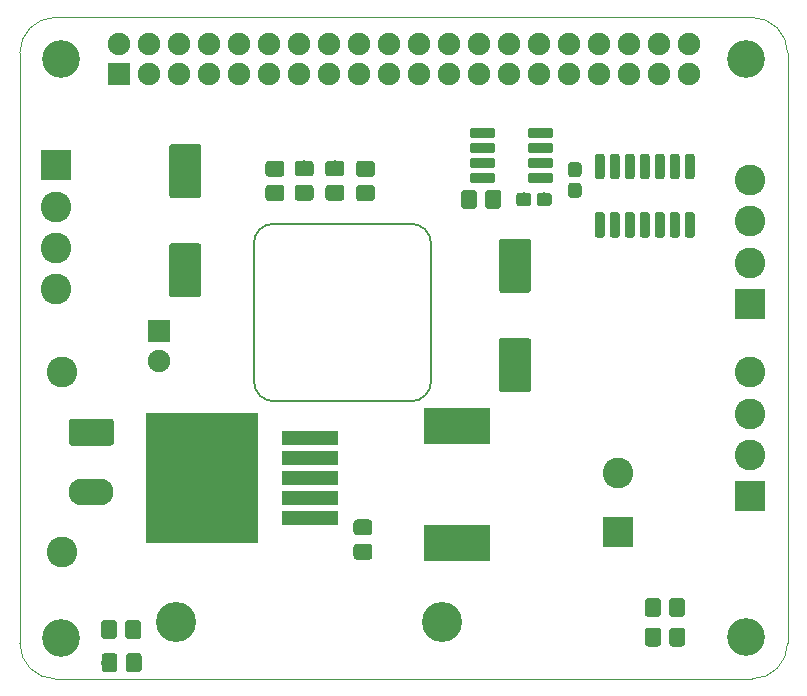
<source format=gbr>
G04 #@! TF.GenerationSoftware,KiCad,Pcbnew,(5.1.2)-1*
G04 #@! TF.CreationDate,2019-08-04T20:48:43+02:00*
G04 #@! TF.ProjectId,SMPS hat,534d5053-2068-4617-942e-6b696361645f,rev?*
G04 #@! TF.SameCoordinates,Original*
G04 #@! TF.FileFunction,Soldermask,Top*
G04 #@! TF.FilePolarity,Negative*
%FSLAX46Y46*%
G04 Gerber Fmt 4.6, Leading zero omitted, Abs format (unit mm)*
G04 Created by KiCad (PCBNEW (5.1.2)-1) date 2019-08-04 20:48:43*
%MOMM*%
%LPD*%
G04 APERTURE LIST*
%ADD10C,0.150000*%
%ADD11C,0.100000*%
%ADD12C,2.600000*%
%ADD13O,3.800000X2.280000*%
%ADD14C,2.280000*%
%ADD15C,0.800000*%
%ADD16R,9.600000X11.000000*%
%ADD17R,4.800000X1.300000*%
%ADD18C,1.350000*%
%ADD19O,1.900000X1.900000*%
%ADD20R,1.900000X1.900000*%
%ADD21R,5.600000X3.100000*%
%ADD22R,2.600000X2.600000*%
%ADD23C,3.400000*%
%ADD24C,2.700000*%
%ADD25C,1.150000*%
%ADD26C,3.200000*%
G04 APERTURE END LIST*
D10*
X100101383Y-93318831D02*
G75*
G02X98374200Y-91643200I-50783J1675631D01*
G01*
X113359431Y-91592417D02*
G75*
G02X111683800Y-93319600I-1675631J-50783D01*
G01*
X111633017Y-78283569D02*
G75*
G02X113360200Y-79959200I50783J-1675631D01*
G01*
X98349569Y-80009983D02*
G75*
G02X100025200Y-78282800I1675631J50783D01*
G01*
X98374200Y-91643200D02*
X98349569Y-80009983D01*
X111683800Y-93319600D02*
X100101383Y-93318831D01*
X113360200Y-79959200D02*
X113359431Y-91592417D01*
X100025200Y-78282800D02*
X111633017Y-78283569D01*
D11*
X78546357Y-63830200D02*
X78546356Y-113817611D01*
X78546357Y-63830200D02*
G75*
G02X81534000Y-60817611I2999999J12589D01*
G01*
X140546356Y-60817611D02*
X81534000Y-60817611D01*
X140546356Y-60817611D02*
G75*
G02X143546356Y-63817611I0J-3000000D01*
G01*
X143546351Y-113822847D02*
X143546356Y-63817611D01*
X81546356Y-116817611D02*
G75*
G02X78546356Y-113817611I0J3000000D01*
G01*
X81546356Y-116817611D02*
X140546356Y-116817611D01*
X143546351Y-113822847D02*
G75*
G02X140546356Y-116817611I-2999995J5236D01*
G01*
D12*
X82094700Y-106083100D03*
X82094700Y-90843100D03*
D13*
X84594700Y-101003100D03*
D11*
G36*
X86247523Y-94784420D02*
G01*
X86274125Y-94788366D01*
X86300212Y-94794900D01*
X86325532Y-94803960D01*
X86349843Y-94815458D01*
X86372910Y-94829284D01*
X86394510Y-94845304D01*
X86414436Y-94863364D01*
X86432496Y-94883290D01*
X86448516Y-94904890D01*
X86462342Y-94927957D01*
X86473840Y-94952268D01*
X86482900Y-94977588D01*
X86489434Y-95003675D01*
X86493380Y-95030277D01*
X86494700Y-95057137D01*
X86494700Y-96789063D01*
X86493380Y-96815923D01*
X86489434Y-96842525D01*
X86482900Y-96868612D01*
X86473840Y-96893932D01*
X86462342Y-96918243D01*
X86448516Y-96941310D01*
X86432496Y-96962910D01*
X86414436Y-96982836D01*
X86394510Y-97000896D01*
X86372910Y-97016916D01*
X86349843Y-97030742D01*
X86325532Y-97042240D01*
X86300212Y-97051300D01*
X86274125Y-97057834D01*
X86247523Y-97061780D01*
X86220663Y-97063100D01*
X82968737Y-97063100D01*
X82941877Y-97061780D01*
X82915275Y-97057834D01*
X82889188Y-97051300D01*
X82863868Y-97042240D01*
X82839557Y-97030742D01*
X82816490Y-97016916D01*
X82794890Y-97000896D01*
X82774964Y-96982836D01*
X82756904Y-96962910D01*
X82740884Y-96941310D01*
X82727058Y-96918243D01*
X82715560Y-96893932D01*
X82706500Y-96868612D01*
X82699966Y-96842525D01*
X82696020Y-96815923D01*
X82694700Y-96789063D01*
X82694700Y-95057137D01*
X82696020Y-95030277D01*
X82699966Y-95003675D01*
X82706500Y-94977588D01*
X82715560Y-94952268D01*
X82727058Y-94927957D01*
X82740884Y-94904890D01*
X82756904Y-94883290D01*
X82774964Y-94863364D01*
X82794890Y-94845304D01*
X82816490Y-94829284D01*
X82839557Y-94815458D01*
X82863868Y-94803960D01*
X82889188Y-94794900D01*
X82915275Y-94788366D01*
X82941877Y-94784420D01*
X82968737Y-94783100D01*
X86220663Y-94783100D01*
X86247523Y-94784420D01*
X86247523Y-94784420D01*
G37*
D14*
X84594700Y-95923100D03*
D11*
G36*
X127872383Y-72356323D02*
G01*
X127891798Y-72359203D01*
X127910837Y-72363972D01*
X127929317Y-72370584D01*
X127947059Y-72378976D01*
X127963894Y-72389066D01*
X127979659Y-72400758D01*
X127994201Y-72413939D01*
X128007382Y-72428481D01*
X128019074Y-72444246D01*
X128029164Y-72461081D01*
X128037556Y-72478823D01*
X128044168Y-72497303D01*
X128048937Y-72516342D01*
X128051817Y-72535757D01*
X128052780Y-72555360D01*
X128052780Y-74305360D01*
X128051817Y-74324963D01*
X128048937Y-74344378D01*
X128044168Y-74363417D01*
X128037556Y-74381897D01*
X128029164Y-74399639D01*
X128019074Y-74416474D01*
X128007382Y-74432239D01*
X127994201Y-74446781D01*
X127979659Y-74459962D01*
X127963894Y-74471654D01*
X127947059Y-74481744D01*
X127929317Y-74490136D01*
X127910837Y-74496748D01*
X127891798Y-74501517D01*
X127872383Y-74504397D01*
X127852780Y-74505360D01*
X127452780Y-74505360D01*
X127433177Y-74504397D01*
X127413762Y-74501517D01*
X127394723Y-74496748D01*
X127376243Y-74490136D01*
X127358501Y-74481744D01*
X127341666Y-74471654D01*
X127325901Y-74459962D01*
X127311359Y-74446781D01*
X127298178Y-74432239D01*
X127286486Y-74416474D01*
X127276396Y-74399639D01*
X127268004Y-74381897D01*
X127261392Y-74363417D01*
X127256623Y-74344378D01*
X127253743Y-74324963D01*
X127252780Y-74305360D01*
X127252780Y-72555360D01*
X127253743Y-72535757D01*
X127256623Y-72516342D01*
X127261392Y-72497303D01*
X127268004Y-72478823D01*
X127276396Y-72461081D01*
X127286486Y-72444246D01*
X127298178Y-72428481D01*
X127311359Y-72413939D01*
X127325901Y-72400758D01*
X127341666Y-72389066D01*
X127358501Y-72378976D01*
X127376243Y-72370584D01*
X127394723Y-72363972D01*
X127413762Y-72359203D01*
X127433177Y-72356323D01*
X127452780Y-72355360D01*
X127852780Y-72355360D01*
X127872383Y-72356323D01*
X127872383Y-72356323D01*
G37*
D15*
X127652780Y-73430360D03*
D11*
G36*
X129142383Y-72356323D02*
G01*
X129161798Y-72359203D01*
X129180837Y-72363972D01*
X129199317Y-72370584D01*
X129217059Y-72378976D01*
X129233894Y-72389066D01*
X129249659Y-72400758D01*
X129264201Y-72413939D01*
X129277382Y-72428481D01*
X129289074Y-72444246D01*
X129299164Y-72461081D01*
X129307556Y-72478823D01*
X129314168Y-72497303D01*
X129318937Y-72516342D01*
X129321817Y-72535757D01*
X129322780Y-72555360D01*
X129322780Y-74305360D01*
X129321817Y-74324963D01*
X129318937Y-74344378D01*
X129314168Y-74363417D01*
X129307556Y-74381897D01*
X129299164Y-74399639D01*
X129289074Y-74416474D01*
X129277382Y-74432239D01*
X129264201Y-74446781D01*
X129249659Y-74459962D01*
X129233894Y-74471654D01*
X129217059Y-74481744D01*
X129199317Y-74490136D01*
X129180837Y-74496748D01*
X129161798Y-74501517D01*
X129142383Y-74504397D01*
X129122780Y-74505360D01*
X128722780Y-74505360D01*
X128703177Y-74504397D01*
X128683762Y-74501517D01*
X128664723Y-74496748D01*
X128646243Y-74490136D01*
X128628501Y-74481744D01*
X128611666Y-74471654D01*
X128595901Y-74459962D01*
X128581359Y-74446781D01*
X128568178Y-74432239D01*
X128556486Y-74416474D01*
X128546396Y-74399639D01*
X128538004Y-74381897D01*
X128531392Y-74363417D01*
X128526623Y-74344378D01*
X128523743Y-74324963D01*
X128522780Y-74305360D01*
X128522780Y-72555360D01*
X128523743Y-72535757D01*
X128526623Y-72516342D01*
X128531392Y-72497303D01*
X128538004Y-72478823D01*
X128546396Y-72461081D01*
X128556486Y-72444246D01*
X128568178Y-72428481D01*
X128581359Y-72413939D01*
X128595901Y-72400758D01*
X128611666Y-72389066D01*
X128628501Y-72378976D01*
X128646243Y-72370584D01*
X128664723Y-72363972D01*
X128683762Y-72359203D01*
X128703177Y-72356323D01*
X128722780Y-72355360D01*
X129122780Y-72355360D01*
X129142383Y-72356323D01*
X129142383Y-72356323D01*
G37*
D15*
X128922780Y-73430360D03*
D11*
G36*
X130412383Y-72356323D02*
G01*
X130431798Y-72359203D01*
X130450837Y-72363972D01*
X130469317Y-72370584D01*
X130487059Y-72378976D01*
X130503894Y-72389066D01*
X130519659Y-72400758D01*
X130534201Y-72413939D01*
X130547382Y-72428481D01*
X130559074Y-72444246D01*
X130569164Y-72461081D01*
X130577556Y-72478823D01*
X130584168Y-72497303D01*
X130588937Y-72516342D01*
X130591817Y-72535757D01*
X130592780Y-72555360D01*
X130592780Y-74305360D01*
X130591817Y-74324963D01*
X130588937Y-74344378D01*
X130584168Y-74363417D01*
X130577556Y-74381897D01*
X130569164Y-74399639D01*
X130559074Y-74416474D01*
X130547382Y-74432239D01*
X130534201Y-74446781D01*
X130519659Y-74459962D01*
X130503894Y-74471654D01*
X130487059Y-74481744D01*
X130469317Y-74490136D01*
X130450837Y-74496748D01*
X130431798Y-74501517D01*
X130412383Y-74504397D01*
X130392780Y-74505360D01*
X129992780Y-74505360D01*
X129973177Y-74504397D01*
X129953762Y-74501517D01*
X129934723Y-74496748D01*
X129916243Y-74490136D01*
X129898501Y-74481744D01*
X129881666Y-74471654D01*
X129865901Y-74459962D01*
X129851359Y-74446781D01*
X129838178Y-74432239D01*
X129826486Y-74416474D01*
X129816396Y-74399639D01*
X129808004Y-74381897D01*
X129801392Y-74363417D01*
X129796623Y-74344378D01*
X129793743Y-74324963D01*
X129792780Y-74305360D01*
X129792780Y-72555360D01*
X129793743Y-72535757D01*
X129796623Y-72516342D01*
X129801392Y-72497303D01*
X129808004Y-72478823D01*
X129816396Y-72461081D01*
X129826486Y-72444246D01*
X129838178Y-72428481D01*
X129851359Y-72413939D01*
X129865901Y-72400758D01*
X129881666Y-72389066D01*
X129898501Y-72378976D01*
X129916243Y-72370584D01*
X129934723Y-72363972D01*
X129953762Y-72359203D01*
X129973177Y-72356323D01*
X129992780Y-72355360D01*
X130392780Y-72355360D01*
X130412383Y-72356323D01*
X130412383Y-72356323D01*
G37*
D15*
X130192780Y-73430360D03*
D11*
G36*
X131682383Y-72356323D02*
G01*
X131701798Y-72359203D01*
X131720837Y-72363972D01*
X131739317Y-72370584D01*
X131757059Y-72378976D01*
X131773894Y-72389066D01*
X131789659Y-72400758D01*
X131804201Y-72413939D01*
X131817382Y-72428481D01*
X131829074Y-72444246D01*
X131839164Y-72461081D01*
X131847556Y-72478823D01*
X131854168Y-72497303D01*
X131858937Y-72516342D01*
X131861817Y-72535757D01*
X131862780Y-72555360D01*
X131862780Y-74305360D01*
X131861817Y-74324963D01*
X131858937Y-74344378D01*
X131854168Y-74363417D01*
X131847556Y-74381897D01*
X131839164Y-74399639D01*
X131829074Y-74416474D01*
X131817382Y-74432239D01*
X131804201Y-74446781D01*
X131789659Y-74459962D01*
X131773894Y-74471654D01*
X131757059Y-74481744D01*
X131739317Y-74490136D01*
X131720837Y-74496748D01*
X131701798Y-74501517D01*
X131682383Y-74504397D01*
X131662780Y-74505360D01*
X131262780Y-74505360D01*
X131243177Y-74504397D01*
X131223762Y-74501517D01*
X131204723Y-74496748D01*
X131186243Y-74490136D01*
X131168501Y-74481744D01*
X131151666Y-74471654D01*
X131135901Y-74459962D01*
X131121359Y-74446781D01*
X131108178Y-74432239D01*
X131096486Y-74416474D01*
X131086396Y-74399639D01*
X131078004Y-74381897D01*
X131071392Y-74363417D01*
X131066623Y-74344378D01*
X131063743Y-74324963D01*
X131062780Y-74305360D01*
X131062780Y-72555360D01*
X131063743Y-72535757D01*
X131066623Y-72516342D01*
X131071392Y-72497303D01*
X131078004Y-72478823D01*
X131086396Y-72461081D01*
X131096486Y-72444246D01*
X131108178Y-72428481D01*
X131121359Y-72413939D01*
X131135901Y-72400758D01*
X131151666Y-72389066D01*
X131168501Y-72378976D01*
X131186243Y-72370584D01*
X131204723Y-72363972D01*
X131223762Y-72359203D01*
X131243177Y-72356323D01*
X131262780Y-72355360D01*
X131662780Y-72355360D01*
X131682383Y-72356323D01*
X131682383Y-72356323D01*
G37*
D15*
X131462780Y-73430360D03*
D11*
G36*
X132952383Y-72356323D02*
G01*
X132971798Y-72359203D01*
X132990837Y-72363972D01*
X133009317Y-72370584D01*
X133027059Y-72378976D01*
X133043894Y-72389066D01*
X133059659Y-72400758D01*
X133074201Y-72413939D01*
X133087382Y-72428481D01*
X133099074Y-72444246D01*
X133109164Y-72461081D01*
X133117556Y-72478823D01*
X133124168Y-72497303D01*
X133128937Y-72516342D01*
X133131817Y-72535757D01*
X133132780Y-72555360D01*
X133132780Y-74305360D01*
X133131817Y-74324963D01*
X133128937Y-74344378D01*
X133124168Y-74363417D01*
X133117556Y-74381897D01*
X133109164Y-74399639D01*
X133099074Y-74416474D01*
X133087382Y-74432239D01*
X133074201Y-74446781D01*
X133059659Y-74459962D01*
X133043894Y-74471654D01*
X133027059Y-74481744D01*
X133009317Y-74490136D01*
X132990837Y-74496748D01*
X132971798Y-74501517D01*
X132952383Y-74504397D01*
X132932780Y-74505360D01*
X132532780Y-74505360D01*
X132513177Y-74504397D01*
X132493762Y-74501517D01*
X132474723Y-74496748D01*
X132456243Y-74490136D01*
X132438501Y-74481744D01*
X132421666Y-74471654D01*
X132405901Y-74459962D01*
X132391359Y-74446781D01*
X132378178Y-74432239D01*
X132366486Y-74416474D01*
X132356396Y-74399639D01*
X132348004Y-74381897D01*
X132341392Y-74363417D01*
X132336623Y-74344378D01*
X132333743Y-74324963D01*
X132332780Y-74305360D01*
X132332780Y-72555360D01*
X132333743Y-72535757D01*
X132336623Y-72516342D01*
X132341392Y-72497303D01*
X132348004Y-72478823D01*
X132356396Y-72461081D01*
X132366486Y-72444246D01*
X132378178Y-72428481D01*
X132391359Y-72413939D01*
X132405901Y-72400758D01*
X132421666Y-72389066D01*
X132438501Y-72378976D01*
X132456243Y-72370584D01*
X132474723Y-72363972D01*
X132493762Y-72359203D01*
X132513177Y-72356323D01*
X132532780Y-72355360D01*
X132932780Y-72355360D01*
X132952383Y-72356323D01*
X132952383Y-72356323D01*
G37*
D15*
X132732780Y-73430360D03*
D11*
G36*
X134222383Y-72356323D02*
G01*
X134241798Y-72359203D01*
X134260837Y-72363972D01*
X134279317Y-72370584D01*
X134297059Y-72378976D01*
X134313894Y-72389066D01*
X134329659Y-72400758D01*
X134344201Y-72413939D01*
X134357382Y-72428481D01*
X134369074Y-72444246D01*
X134379164Y-72461081D01*
X134387556Y-72478823D01*
X134394168Y-72497303D01*
X134398937Y-72516342D01*
X134401817Y-72535757D01*
X134402780Y-72555360D01*
X134402780Y-74305360D01*
X134401817Y-74324963D01*
X134398937Y-74344378D01*
X134394168Y-74363417D01*
X134387556Y-74381897D01*
X134379164Y-74399639D01*
X134369074Y-74416474D01*
X134357382Y-74432239D01*
X134344201Y-74446781D01*
X134329659Y-74459962D01*
X134313894Y-74471654D01*
X134297059Y-74481744D01*
X134279317Y-74490136D01*
X134260837Y-74496748D01*
X134241798Y-74501517D01*
X134222383Y-74504397D01*
X134202780Y-74505360D01*
X133802780Y-74505360D01*
X133783177Y-74504397D01*
X133763762Y-74501517D01*
X133744723Y-74496748D01*
X133726243Y-74490136D01*
X133708501Y-74481744D01*
X133691666Y-74471654D01*
X133675901Y-74459962D01*
X133661359Y-74446781D01*
X133648178Y-74432239D01*
X133636486Y-74416474D01*
X133626396Y-74399639D01*
X133618004Y-74381897D01*
X133611392Y-74363417D01*
X133606623Y-74344378D01*
X133603743Y-74324963D01*
X133602780Y-74305360D01*
X133602780Y-72555360D01*
X133603743Y-72535757D01*
X133606623Y-72516342D01*
X133611392Y-72497303D01*
X133618004Y-72478823D01*
X133626396Y-72461081D01*
X133636486Y-72444246D01*
X133648178Y-72428481D01*
X133661359Y-72413939D01*
X133675901Y-72400758D01*
X133691666Y-72389066D01*
X133708501Y-72378976D01*
X133726243Y-72370584D01*
X133744723Y-72363972D01*
X133763762Y-72359203D01*
X133783177Y-72356323D01*
X133802780Y-72355360D01*
X134202780Y-72355360D01*
X134222383Y-72356323D01*
X134222383Y-72356323D01*
G37*
D15*
X134002780Y-73430360D03*
D11*
G36*
X135492383Y-72356323D02*
G01*
X135511798Y-72359203D01*
X135530837Y-72363972D01*
X135549317Y-72370584D01*
X135567059Y-72378976D01*
X135583894Y-72389066D01*
X135599659Y-72400758D01*
X135614201Y-72413939D01*
X135627382Y-72428481D01*
X135639074Y-72444246D01*
X135649164Y-72461081D01*
X135657556Y-72478823D01*
X135664168Y-72497303D01*
X135668937Y-72516342D01*
X135671817Y-72535757D01*
X135672780Y-72555360D01*
X135672780Y-74305360D01*
X135671817Y-74324963D01*
X135668937Y-74344378D01*
X135664168Y-74363417D01*
X135657556Y-74381897D01*
X135649164Y-74399639D01*
X135639074Y-74416474D01*
X135627382Y-74432239D01*
X135614201Y-74446781D01*
X135599659Y-74459962D01*
X135583894Y-74471654D01*
X135567059Y-74481744D01*
X135549317Y-74490136D01*
X135530837Y-74496748D01*
X135511798Y-74501517D01*
X135492383Y-74504397D01*
X135472780Y-74505360D01*
X135072780Y-74505360D01*
X135053177Y-74504397D01*
X135033762Y-74501517D01*
X135014723Y-74496748D01*
X134996243Y-74490136D01*
X134978501Y-74481744D01*
X134961666Y-74471654D01*
X134945901Y-74459962D01*
X134931359Y-74446781D01*
X134918178Y-74432239D01*
X134906486Y-74416474D01*
X134896396Y-74399639D01*
X134888004Y-74381897D01*
X134881392Y-74363417D01*
X134876623Y-74344378D01*
X134873743Y-74324963D01*
X134872780Y-74305360D01*
X134872780Y-72555360D01*
X134873743Y-72535757D01*
X134876623Y-72516342D01*
X134881392Y-72497303D01*
X134888004Y-72478823D01*
X134896396Y-72461081D01*
X134906486Y-72444246D01*
X134918178Y-72428481D01*
X134931359Y-72413939D01*
X134945901Y-72400758D01*
X134961666Y-72389066D01*
X134978501Y-72378976D01*
X134996243Y-72370584D01*
X135014723Y-72363972D01*
X135033762Y-72359203D01*
X135053177Y-72356323D01*
X135072780Y-72355360D01*
X135472780Y-72355360D01*
X135492383Y-72356323D01*
X135492383Y-72356323D01*
G37*
D15*
X135272780Y-73430360D03*
D11*
G36*
X135492383Y-77306323D02*
G01*
X135511798Y-77309203D01*
X135530837Y-77313972D01*
X135549317Y-77320584D01*
X135567059Y-77328976D01*
X135583894Y-77339066D01*
X135599659Y-77350758D01*
X135614201Y-77363939D01*
X135627382Y-77378481D01*
X135639074Y-77394246D01*
X135649164Y-77411081D01*
X135657556Y-77428823D01*
X135664168Y-77447303D01*
X135668937Y-77466342D01*
X135671817Y-77485757D01*
X135672780Y-77505360D01*
X135672780Y-79255360D01*
X135671817Y-79274963D01*
X135668937Y-79294378D01*
X135664168Y-79313417D01*
X135657556Y-79331897D01*
X135649164Y-79349639D01*
X135639074Y-79366474D01*
X135627382Y-79382239D01*
X135614201Y-79396781D01*
X135599659Y-79409962D01*
X135583894Y-79421654D01*
X135567059Y-79431744D01*
X135549317Y-79440136D01*
X135530837Y-79446748D01*
X135511798Y-79451517D01*
X135492383Y-79454397D01*
X135472780Y-79455360D01*
X135072780Y-79455360D01*
X135053177Y-79454397D01*
X135033762Y-79451517D01*
X135014723Y-79446748D01*
X134996243Y-79440136D01*
X134978501Y-79431744D01*
X134961666Y-79421654D01*
X134945901Y-79409962D01*
X134931359Y-79396781D01*
X134918178Y-79382239D01*
X134906486Y-79366474D01*
X134896396Y-79349639D01*
X134888004Y-79331897D01*
X134881392Y-79313417D01*
X134876623Y-79294378D01*
X134873743Y-79274963D01*
X134872780Y-79255360D01*
X134872780Y-77505360D01*
X134873743Y-77485757D01*
X134876623Y-77466342D01*
X134881392Y-77447303D01*
X134888004Y-77428823D01*
X134896396Y-77411081D01*
X134906486Y-77394246D01*
X134918178Y-77378481D01*
X134931359Y-77363939D01*
X134945901Y-77350758D01*
X134961666Y-77339066D01*
X134978501Y-77328976D01*
X134996243Y-77320584D01*
X135014723Y-77313972D01*
X135033762Y-77309203D01*
X135053177Y-77306323D01*
X135072780Y-77305360D01*
X135472780Y-77305360D01*
X135492383Y-77306323D01*
X135492383Y-77306323D01*
G37*
D15*
X135272780Y-78380360D03*
D11*
G36*
X134222383Y-77306323D02*
G01*
X134241798Y-77309203D01*
X134260837Y-77313972D01*
X134279317Y-77320584D01*
X134297059Y-77328976D01*
X134313894Y-77339066D01*
X134329659Y-77350758D01*
X134344201Y-77363939D01*
X134357382Y-77378481D01*
X134369074Y-77394246D01*
X134379164Y-77411081D01*
X134387556Y-77428823D01*
X134394168Y-77447303D01*
X134398937Y-77466342D01*
X134401817Y-77485757D01*
X134402780Y-77505360D01*
X134402780Y-79255360D01*
X134401817Y-79274963D01*
X134398937Y-79294378D01*
X134394168Y-79313417D01*
X134387556Y-79331897D01*
X134379164Y-79349639D01*
X134369074Y-79366474D01*
X134357382Y-79382239D01*
X134344201Y-79396781D01*
X134329659Y-79409962D01*
X134313894Y-79421654D01*
X134297059Y-79431744D01*
X134279317Y-79440136D01*
X134260837Y-79446748D01*
X134241798Y-79451517D01*
X134222383Y-79454397D01*
X134202780Y-79455360D01*
X133802780Y-79455360D01*
X133783177Y-79454397D01*
X133763762Y-79451517D01*
X133744723Y-79446748D01*
X133726243Y-79440136D01*
X133708501Y-79431744D01*
X133691666Y-79421654D01*
X133675901Y-79409962D01*
X133661359Y-79396781D01*
X133648178Y-79382239D01*
X133636486Y-79366474D01*
X133626396Y-79349639D01*
X133618004Y-79331897D01*
X133611392Y-79313417D01*
X133606623Y-79294378D01*
X133603743Y-79274963D01*
X133602780Y-79255360D01*
X133602780Y-77505360D01*
X133603743Y-77485757D01*
X133606623Y-77466342D01*
X133611392Y-77447303D01*
X133618004Y-77428823D01*
X133626396Y-77411081D01*
X133636486Y-77394246D01*
X133648178Y-77378481D01*
X133661359Y-77363939D01*
X133675901Y-77350758D01*
X133691666Y-77339066D01*
X133708501Y-77328976D01*
X133726243Y-77320584D01*
X133744723Y-77313972D01*
X133763762Y-77309203D01*
X133783177Y-77306323D01*
X133802780Y-77305360D01*
X134202780Y-77305360D01*
X134222383Y-77306323D01*
X134222383Y-77306323D01*
G37*
D15*
X134002780Y-78380360D03*
D11*
G36*
X132952383Y-77306323D02*
G01*
X132971798Y-77309203D01*
X132990837Y-77313972D01*
X133009317Y-77320584D01*
X133027059Y-77328976D01*
X133043894Y-77339066D01*
X133059659Y-77350758D01*
X133074201Y-77363939D01*
X133087382Y-77378481D01*
X133099074Y-77394246D01*
X133109164Y-77411081D01*
X133117556Y-77428823D01*
X133124168Y-77447303D01*
X133128937Y-77466342D01*
X133131817Y-77485757D01*
X133132780Y-77505360D01*
X133132780Y-79255360D01*
X133131817Y-79274963D01*
X133128937Y-79294378D01*
X133124168Y-79313417D01*
X133117556Y-79331897D01*
X133109164Y-79349639D01*
X133099074Y-79366474D01*
X133087382Y-79382239D01*
X133074201Y-79396781D01*
X133059659Y-79409962D01*
X133043894Y-79421654D01*
X133027059Y-79431744D01*
X133009317Y-79440136D01*
X132990837Y-79446748D01*
X132971798Y-79451517D01*
X132952383Y-79454397D01*
X132932780Y-79455360D01*
X132532780Y-79455360D01*
X132513177Y-79454397D01*
X132493762Y-79451517D01*
X132474723Y-79446748D01*
X132456243Y-79440136D01*
X132438501Y-79431744D01*
X132421666Y-79421654D01*
X132405901Y-79409962D01*
X132391359Y-79396781D01*
X132378178Y-79382239D01*
X132366486Y-79366474D01*
X132356396Y-79349639D01*
X132348004Y-79331897D01*
X132341392Y-79313417D01*
X132336623Y-79294378D01*
X132333743Y-79274963D01*
X132332780Y-79255360D01*
X132332780Y-77505360D01*
X132333743Y-77485757D01*
X132336623Y-77466342D01*
X132341392Y-77447303D01*
X132348004Y-77428823D01*
X132356396Y-77411081D01*
X132366486Y-77394246D01*
X132378178Y-77378481D01*
X132391359Y-77363939D01*
X132405901Y-77350758D01*
X132421666Y-77339066D01*
X132438501Y-77328976D01*
X132456243Y-77320584D01*
X132474723Y-77313972D01*
X132493762Y-77309203D01*
X132513177Y-77306323D01*
X132532780Y-77305360D01*
X132932780Y-77305360D01*
X132952383Y-77306323D01*
X132952383Y-77306323D01*
G37*
D15*
X132732780Y-78380360D03*
D11*
G36*
X131682383Y-77306323D02*
G01*
X131701798Y-77309203D01*
X131720837Y-77313972D01*
X131739317Y-77320584D01*
X131757059Y-77328976D01*
X131773894Y-77339066D01*
X131789659Y-77350758D01*
X131804201Y-77363939D01*
X131817382Y-77378481D01*
X131829074Y-77394246D01*
X131839164Y-77411081D01*
X131847556Y-77428823D01*
X131854168Y-77447303D01*
X131858937Y-77466342D01*
X131861817Y-77485757D01*
X131862780Y-77505360D01*
X131862780Y-79255360D01*
X131861817Y-79274963D01*
X131858937Y-79294378D01*
X131854168Y-79313417D01*
X131847556Y-79331897D01*
X131839164Y-79349639D01*
X131829074Y-79366474D01*
X131817382Y-79382239D01*
X131804201Y-79396781D01*
X131789659Y-79409962D01*
X131773894Y-79421654D01*
X131757059Y-79431744D01*
X131739317Y-79440136D01*
X131720837Y-79446748D01*
X131701798Y-79451517D01*
X131682383Y-79454397D01*
X131662780Y-79455360D01*
X131262780Y-79455360D01*
X131243177Y-79454397D01*
X131223762Y-79451517D01*
X131204723Y-79446748D01*
X131186243Y-79440136D01*
X131168501Y-79431744D01*
X131151666Y-79421654D01*
X131135901Y-79409962D01*
X131121359Y-79396781D01*
X131108178Y-79382239D01*
X131096486Y-79366474D01*
X131086396Y-79349639D01*
X131078004Y-79331897D01*
X131071392Y-79313417D01*
X131066623Y-79294378D01*
X131063743Y-79274963D01*
X131062780Y-79255360D01*
X131062780Y-77505360D01*
X131063743Y-77485757D01*
X131066623Y-77466342D01*
X131071392Y-77447303D01*
X131078004Y-77428823D01*
X131086396Y-77411081D01*
X131096486Y-77394246D01*
X131108178Y-77378481D01*
X131121359Y-77363939D01*
X131135901Y-77350758D01*
X131151666Y-77339066D01*
X131168501Y-77328976D01*
X131186243Y-77320584D01*
X131204723Y-77313972D01*
X131223762Y-77309203D01*
X131243177Y-77306323D01*
X131262780Y-77305360D01*
X131662780Y-77305360D01*
X131682383Y-77306323D01*
X131682383Y-77306323D01*
G37*
D15*
X131462780Y-78380360D03*
D11*
G36*
X130412383Y-77306323D02*
G01*
X130431798Y-77309203D01*
X130450837Y-77313972D01*
X130469317Y-77320584D01*
X130487059Y-77328976D01*
X130503894Y-77339066D01*
X130519659Y-77350758D01*
X130534201Y-77363939D01*
X130547382Y-77378481D01*
X130559074Y-77394246D01*
X130569164Y-77411081D01*
X130577556Y-77428823D01*
X130584168Y-77447303D01*
X130588937Y-77466342D01*
X130591817Y-77485757D01*
X130592780Y-77505360D01*
X130592780Y-79255360D01*
X130591817Y-79274963D01*
X130588937Y-79294378D01*
X130584168Y-79313417D01*
X130577556Y-79331897D01*
X130569164Y-79349639D01*
X130559074Y-79366474D01*
X130547382Y-79382239D01*
X130534201Y-79396781D01*
X130519659Y-79409962D01*
X130503894Y-79421654D01*
X130487059Y-79431744D01*
X130469317Y-79440136D01*
X130450837Y-79446748D01*
X130431798Y-79451517D01*
X130412383Y-79454397D01*
X130392780Y-79455360D01*
X129992780Y-79455360D01*
X129973177Y-79454397D01*
X129953762Y-79451517D01*
X129934723Y-79446748D01*
X129916243Y-79440136D01*
X129898501Y-79431744D01*
X129881666Y-79421654D01*
X129865901Y-79409962D01*
X129851359Y-79396781D01*
X129838178Y-79382239D01*
X129826486Y-79366474D01*
X129816396Y-79349639D01*
X129808004Y-79331897D01*
X129801392Y-79313417D01*
X129796623Y-79294378D01*
X129793743Y-79274963D01*
X129792780Y-79255360D01*
X129792780Y-77505360D01*
X129793743Y-77485757D01*
X129796623Y-77466342D01*
X129801392Y-77447303D01*
X129808004Y-77428823D01*
X129816396Y-77411081D01*
X129826486Y-77394246D01*
X129838178Y-77378481D01*
X129851359Y-77363939D01*
X129865901Y-77350758D01*
X129881666Y-77339066D01*
X129898501Y-77328976D01*
X129916243Y-77320584D01*
X129934723Y-77313972D01*
X129953762Y-77309203D01*
X129973177Y-77306323D01*
X129992780Y-77305360D01*
X130392780Y-77305360D01*
X130412383Y-77306323D01*
X130412383Y-77306323D01*
G37*
D15*
X130192780Y-78380360D03*
D11*
G36*
X129142383Y-77306323D02*
G01*
X129161798Y-77309203D01*
X129180837Y-77313972D01*
X129199317Y-77320584D01*
X129217059Y-77328976D01*
X129233894Y-77339066D01*
X129249659Y-77350758D01*
X129264201Y-77363939D01*
X129277382Y-77378481D01*
X129289074Y-77394246D01*
X129299164Y-77411081D01*
X129307556Y-77428823D01*
X129314168Y-77447303D01*
X129318937Y-77466342D01*
X129321817Y-77485757D01*
X129322780Y-77505360D01*
X129322780Y-79255360D01*
X129321817Y-79274963D01*
X129318937Y-79294378D01*
X129314168Y-79313417D01*
X129307556Y-79331897D01*
X129299164Y-79349639D01*
X129289074Y-79366474D01*
X129277382Y-79382239D01*
X129264201Y-79396781D01*
X129249659Y-79409962D01*
X129233894Y-79421654D01*
X129217059Y-79431744D01*
X129199317Y-79440136D01*
X129180837Y-79446748D01*
X129161798Y-79451517D01*
X129142383Y-79454397D01*
X129122780Y-79455360D01*
X128722780Y-79455360D01*
X128703177Y-79454397D01*
X128683762Y-79451517D01*
X128664723Y-79446748D01*
X128646243Y-79440136D01*
X128628501Y-79431744D01*
X128611666Y-79421654D01*
X128595901Y-79409962D01*
X128581359Y-79396781D01*
X128568178Y-79382239D01*
X128556486Y-79366474D01*
X128546396Y-79349639D01*
X128538004Y-79331897D01*
X128531392Y-79313417D01*
X128526623Y-79294378D01*
X128523743Y-79274963D01*
X128522780Y-79255360D01*
X128522780Y-77505360D01*
X128523743Y-77485757D01*
X128526623Y-77466342D01*
X128531392Y-77447303D01*
X128538004Y-77428823D01*
X128546396Y-77411081D01*
X128556486Y-77394246D01*
X128568178Y-77378481D01*
X128581359Y-77363939D01*
X128595901Y-77350758D01*
X128611666Y-77339066D01*
X128628501Y-77328976D01*
X128646243Y-77320584D01*
X128664723Y-77313972D01*
X128683762Y-77309203D01*
X128703177Y-77306323D01*
X128722780Y-77305360D01*
X129122780Y-77305360D01*
X129142383Y-77306323D01*
X129142383Y-77306323D01*
G37*
D15*
X128922780Y-78380360D03*
D11*
G36*
X127872383Y-77306323D02*
G01*
X127891798Y-77309203D01*
X127910837Y-77313972D01*
X127929317Y-77320584D01*
X127947059Y-77328976D01*
X127963894Y-77339066D01*
X127979659Y-77350758D01*
X127994201Y-77363939D01*
X128007382Y-77378481D01*
X128019074Y-77394246D01*
X128029164Y-77411081D01*
X128037556Y-77428823D01*
X128044168Y-77447303D01*
X128048937Y-77466342D01*
X128051817Y-77485757D01*
X128052780Y-77505360D01*
X128052780Y-79255360D01*
X128051817Y-79274963D01*
X128048937Y-79294378D01*
X128044168Y-79313417D01*
X128037556Y-79331897D01*
X128029164Y-79349639D01*
X128019074Y-79366474D01*
X128007382Y-79382239D01*
X127994201Y-79396781D01*
X127979659Y-79409962D01*
X127963894Y-79421654D01*
X127947059Y-79431744D01*
X127929317Y-79440136D01*
X127910837Y-79446748D01*
X127891798Y-79451517D01*
X127872383Y-79454397D01*
X127852780Y-79455360D01*
X127452780Y-79455360D01*
X127433177Y-79454397D01*
X127413762Y-79451517D01*
X127394723Y-79446748D01*
X127376243Y-79440136D01*
X127358501Y-79431744D01*
X127341666Y-79421654D01*
X127325901Y-79409962D01*
X127311359Y-79396781D01*
X127298178Y-79382239D01*
X127286486Y-79366474D01*
X127276396Y-79349639D01*
X127268004Y-79331897D01*
X127261392Y-79313417D01*
X127256623Y-79294378D01*
X127253743Y-79274963D01*
X127252780Y-79255360D01*
X127252780Y-77505360D01*
X127253743Y-77485757D01*
X127256623Y-77466342D01*
X127261392Y-77447303D01*
X127268004Y-77428823D01*
X127276396Y-77411081D01*
X127286486Y-77394246D01*
X127298178Y-77378481D01*
X127311359Y-77363939D01*
X127325901Y-77350758D01*
X127341666Y-77339066D01*
X127358501Y-77328976D01*
X127376243Y-77320584D01*
X127394723Y-77313972D01*
X127413762Y-77309203D01*
X127433177Y-77306323D01*
X127452780Y-77305360D01*
X127852780Y-77305360D01*
X127872383Y-77306323D01*
X127872383Y-77306323D01*
G37*
D15*
X127652780Y-78380360D03*
D11*
G36*
X123544623Y-70197723D02*
G01*
X123564038Y-70200603D01*
X123583077Y-70205372D01*
X123601557Y-70211984D01*
X123619299Y-70220376D01*
X123636134Y-70230466D01*
X123651899Y-70242158D01*
X123666441Y-70255339D01*
X123679622Y-70269881D01*
X123691314Y-70285646D01*
X123701404Y-70302481D01*
X123709796Y-70320223D01*
X123716408Y-70338703D01*
X123721177Y-70357742D01*
X123724057Y-70377157D01*
X123725020Y-70396760D01*
X123725020Y-70796760D01*
X123724057Y-70816363D01*
X123721177Y-70835778D01*
X123716408Y-70854817D01*
X123709796Y-70873297D01*
X123701404Y-70891039D01*
X123691314Y-70907874D01*
X123679622Y-70923639D01*
X123666441Y-70938181D01*
X123651899Y-70951362D01*
X123636134Y-70963054D01*
X123619299Y-70973144D01*
X123601557Y-70981536D01*
X123583077Y-70988148D01*
X123564038Y-70992917D01*
X123544623Y-70995797D01*
X123525020Y-70996760D01*
X121775020Y-70996760D01*
X121755417Y-70995797D01*
X121736002Y-70992917D01*
X121716963Y-70988148D01*
X121698483Y-70981536D01*
X121680741Y-70973144D01*
X121663906Y-70963054D01*
X121648141Y-70951362D01*
X121633599Y-70938181D01*
X121620418Y-70923639D01*
X121608726Y-70907874D01*
X121598636Y-70891039D01*
X121590244Y-70873297D01*
X121583632Y-70854817D01*
X121578863Y-70835778D01*
X121575983Y-70816363D01*
X121575020Y-70796760D01*
X121575020Y-70396760D01*
X121575983Y-70377157D01*
X121578863Y-70357742D01*
X121583632Y-70338703D01*
X121590244Y-70320223D01*
X121598636Y-70302481D01*
X121608726Y-70285646D01*
X121620418Y-70269881D01*
X121633599Y-70255339D01*
X121648141Y-70242158D01*
X121663906Y-70230466D01*
X121680741Y-70220376D01*
X121698483Y-70211984D01*
X121716963Y-70205372D01*
X121736002Y-70200603D01*
X121755417Y-70197723D01*
X121775020Y-70196760D01*
X123525020Y-70196760D01*
X123544623Y-70197723D01*
X123544623Y-70197723D01*
G37*
D15*
X122650020Y-70596760D03*
D11*
G36*
X123544623Y-71467723D02*
G01*
X123564038Y-71470603D01*
X123583077Y-71475372D01*
X123601557Y-71481984D01*
X123619299Y-71490376D01*
X123636134Y-71500466D01*
X123651899Y-71512158D01*
X123666441Y-71525339D01*
X123679622Y-71539881D01*
X123691314Y-71555646D01*
X123701404Y-71572481D01*
X123709796Y-71590223D01*
X123716408Y-71608703D01*
X123721177Y-71627742D01*
X123724057Y-71647157D01*
X123725020Y-71666760D01*
X123725020Y-72066760D01*
X123724057Y-72086363D01*
X123721177Y-72105778D01*
X123716408Y-72124817D01*
X123709796Y-72143297D01*
X123701404Y-72161039D01*
X123691314Y-72177874D01*
X123679622Y-72193639D01*
X123666441Y-72208181D01*
X123651899Y-72221362D01*
X123636134Y-72233054D01*
X123619299Y-72243144D01*
X123601557Y-72251536D01*
X123583077Y-72258148D01*
X123564038Y-72262917D01*
X123544623Y-72265797D01*
X123525020Y-72266760D01*
X121775020Y-72266760D01*
X121755417Y-72265797D01*
X121736002Y-72262917D01*
X121716963Y-72258148D01*
X121698483Y-72251536D01*
X121680741Y-72243144D01*
X121663906Y-72233054D01*
X121648141Y-72221362D01*
X121633599Y-72208181D01*
X121620418Y-72193639D01*
X121608726Y-72177874D01*
X121598636Y-72161039D01*
X121590244Y-72143297D01*
X121583632Y-72124817D01*
X121578863Y-72105778D01*
X121575983Y-72086363D01*
X121575020Y-72066760D01*
X121575020Y-71666760D01*
X121575983Y-71647157D01*
X121578863Y-71627742D01*
X121583632Y-71608703D01*
X121590244Y-71590223D01*
X121598636Y-71572481D01*
X121608726Y-71555646D01*
X121620418Y-71539881D01*
X121633599Y-71525339D01*
X121648141Y-71512158D01*
X121663906Y-71500466D01*
X121680741Y-71490376D01*
X121698483Y-71481984D01*
X121716963Y-71475372D01*
X121736002Y-71470603D01*
X121755417Y-71467723D01*
X121775020Y-71466760D01*
X123525020Y-71466760D01*
X123544623Y-71467723D01*
X123544623Y-71467723D01*
G37*
D15*
X122650020Y-71866760D03*
D11*
G36*
X123544623Y-72737723D02*
G01*
X123564038Y-72740603D01*
X123583077Y-72745372D01*
X123601557Y-72751984D01*
X123619299Y-72760376D01*
X123636134Y-72770466D01*
X123651899Y-72782158D01*
X123666441Y-72795339D01*
X123679622Y-72809881D01*
X123691314Y-72825646D01*
X123701404Y-72842481D01*
X123709796Y-72860223D01*
X123716408Y-72878703D01*
X123721177Y-72897742D01*
X123724057Y-72917157D01*
X123725020Y-72936760D01*
X123725020Y-73336760D01*
X123724057Y-73356363D01*
X123721177Y-73375778D01*
X123716408Y-73394817D01*
X123709796Y-73413297D01*
X123701404Y-73431039D01*
X123691314Y-73447874D01*
X123679622Y-73463639D01*
X123666441Y-73478181D01*
X123651899Y-73491362D01*
X123636134Y-73503054D01*
X123619299Y-73513144D01*
X123601557Y-73521536D01*
X123583077Y-73528148D01*
X123564038Y-73532917D01*
X123544623Y-73535797D01*
X123525020Y-73536760D01*
X121775020Y-73536760D01*
X121755417Y-73535797D01*
X121736002Y-73532917D01*
X121716963Y-73528148D01*
X121698483Y-73521536D01*
X121680741Y-73513144D01*
X121663906Y-73503054D01*
X121648141Y-73491362D01*
X121633599Y-73478181D01*
X121620418Y-73463639D01*
X121608726Y-73447874D01*
X121598636Y-73431039D01*
X121590244Y-73413297D01*
X121583632Y-73394817D01*
X121578863Y-73375778D01*
X121575983Y-73356363D01*
X121575020Y-73336760D01*
X121575020Y-72936760D01*
X121575983Y-72917157D01*
X121578863Y-72897742D01*
X121583632Y-72878703D01*
X121590244Y-72860223D01*
X121598636Y-72842481D01*
X121608726Y-72825646D01*
X121620418Y-72809881D01*
X121633599Y-72795339D01*
X121648141Y-72782158D01*
X121663906Y-72770466D01*
X121680741Y-72760376D01*
X121698483Y-72751984D01*
X121716963Y-72745372D01*
X121736002Y-72740603D01*
X121755417Y-72737723D01*
X121775020Y-72736760D01*
X123525020Y-72736760D01*
X123544623Y-72737723D01*
X123544623Y-72737723D01*
G37*
D15*
X122650020Y-73136760D03*
D11*
G36*
X123544623Y-74007723D02*
G01*
X123564038Y-74010603D01*
X123583077Y-74015372D01*
X123601557Y-74021984D01*
X123619299Y-74030376D01*
X123636134Y-74040466D01*
X123651899Y-74052158D01*
X123666441Y-74065339D01*
X123679622Y-74079881D01*
X123691314Y-74095646D01*
X123701404Y-74112481D01*
X123709796Y-74130223D01*
X123716408Y-74148703D01*
X123721177Y-74167742D01*
X123724057Y-74187157D01*
X123725020Y-74206760D01*
X123725020Y-74606760D01*
X123724057Y-74626363D01*
X123721177Y-74645778D01*
X123716408Y-74664817D01*
X123709796Y-74683297D01*
X123701404Y-74701039D01*
X123691314Y-74717874D01*
X123679622Y-74733639D01*
X123666441Y-74748181D01*
X123651899Y-74761362D01*
X123636134Y-74773054D01*
X123619299Y-74783144D01*
X123601557Y-74791536D01*
X123583077Y-74798148D01*
X123564038Y-74802917D01*
X123544623Y-74805797D01*
X123525020Y-74806760D01*
X121775020Y-74806760D01*
X121755417Y-74805797D01*
X121736002Y-74802917D01*
X121716963Y-74798148D01*
X121698483Y-74791536D01*
X121680741Y-74783144D01*
X121663906Y-74773054D01*
X121648141Y-74761362D01*
X121633599Y-74748181D01*
X121620418Y-74733639D01*
X121608726Y-74717874D01*
X121598636Y-74701039D01*
X121590244Y-74683297D01*
X121583632Y-74664817D01*
X121578863Y-74645778D01*
X121575983Y-74626363D01*
X121575020Y-74606760D01*
X121575020Y-74206760D01*
X121575983Y-74187157D01*
X121578863Y-74167742D01*
X121583632Y-74148703D01*
X121590244Y-74130223D01*
X121598636Y-74112481D01*
X121608726Y-74095646D01*
X121620418Y-74079881D01*
X121633599Y-74065339D01*
X121648141Y-74052158D01*
X121663906Y-74040466D01*
X121680741Y-74030376D01*
X121698483Y-74021984D01*
X121716963Y-74015372D01*
X121736002Y-74010603D01*
X121755417Y-74007723D01*
X121775020Y-74006760D01*
X123525020Y-74006760D01*
X123544623Y-74007723D01*
X123544623Y-74007723D01*
G37*
D15*
X122650020Y-74406760D03*
D11*
G36*
X118594623Y-74007723D02*
G01*
X118614038Y-74010603D01*
X118633077Y-74015372D01*
X118651557Y-74021984D01*
X118669299Y-74030376D01*
X118686134Y-74040466D01*
X118701899Y-74052158D01*
X118716441Y-74065339D01*
X118729622Y-74079881D01*
X118741314Y-74095646D01*
X118751404Y-74112481D01*
X118759796Y-74130223D01*
X118766408Y-74148703D01*
X118771177Y-74167742D01*
X118774057Y-74187157D01*
X118775020Y-74206760D01*
X118775020Y-74606760D01*
X118774057Y-74626363D01*
X118771177Y-74645778D01*
X118766408Y-74664817D01*
X118759796Y-74683297D01*
X118751404Y-74701039D01*
X118741314Y-74717874D01*
X118729622Y-74733639D01*
X118716441Y-74748181D01*
X118701899Y-74761362D01*
X118686134Y-74773054D01*
X118669299Y-74783144D01*
X118651557Y-74791536D01*
X118633077Y-74798148D01*
X118614038Y-74802917D01*
X118594623Y-74805797D01*
X118575020Y-74806760D01*
X116825020Y-74806760D01*
X116805417Y-74805797D01*
X116786002Y-74802917D01*
X116766963Y-74798148D01*
X116748483Y-74791536D01*
X116730741Y-74783144D01*
X116713906Y-74773054D01*
X116698141Y-74761362D01*
X116683599Y-74748181D01*
X116670418Y-74733639D01*
X116658726Y-74717874D01*
X116648636Y-74701039D01*
X116640244Y-74683297D01*
X116633632Y-74664817D01*
X116628863Y-74645778D01*
X116625983Y-74626363D01*
X116625020Y-74606760D01*
X116625020Y-74206760D01*
X116625983Y-74187157D01*
X116628863Y-74167742D01*
X116633632Y-74148703D01*
X116640244Y-74130223D01*
X116648636Y-74112481D01*
X116658726Y-74095646D01*
X116670418Y-74079881D01*
X116683599Y-74065339D01*
X116698141Y-74052158D01*
X116713906Y-74040466D01*
X116730741Y-74030376D01*
X116748483Y-74021984D01*
X116766963Y-74015372D01*
X116786002Y-74010603D01*
X116805417Y-74007723D01*
X116825020Y-74006760D01*
X118575020Y-74006760D01*
X118594623Y-74007723D01*
X118594623Y-74007723D01*
G37*
D15*
X117700020Y-74406760D03*
D11*
G36*
X118594623Y-72737723D02*
G01*
X118614038Y-72740603D01*
X118633077Y-72745372D01*
X118651557Y-72751984D01*
X118669299Y-72760376D01*
X118686134Y-72770466D01*
X118701899Y-72782158D01*
X118716441Y-72795339D01*
X118729622Y-72809881D01*
X118741314Y-72825646D01*
X118751404Y-72842481D01*
X118759796Y-72860223D01*
X118766408Y-72878703D01*
X118771177Y-72897742D01*
X118774057Y-72917157D01*
X118775020Y-72936760D01*
X118775020Y-73336760D01*
X118774057Y-73356363D01*
X118771177Y-73375778D01*
X118766408Y-73394817D01*
X118759796Y-73413297D01*
X118751404Y-73431039D01*
X118741314Y-73447874D01*
X118729622Y-73463639D01*
X118716441Y-73478181D01*
X118701899Y-73491362D01*
X118686134Y-73503054D01*
X118669299Y-73513144D01*
X118651557Y-73521536D01*
X118633077Y-73528148D01*
X118614038Y-73532917D01*
X118594623Y-73535797D01*
X118575020Y-73536760D01*
X116825020Y-73536760D01*
X116805417Y-73535797D01*
X116786002Y-73532917D01*
X116766963Y-73528148D01*
X116748483Y-73521536D01*
X116730741Y-73513144D01*
X116713906Y-73503054D01*
X116698141Y-73491362D01*
X116683599Y-73478181D01*
X116670418Y-73463639D01*
X116658726Y-73447874D01*
X116648636Y-73431039D01*
X116640244Y-73413297D01*
X116633632Y-73394817D01*
X116628863Y-73375778D01*
X116625983Y-73356363D01*
X116625020Y-73336760D01*
X116625020Y-72936760D01*
X116625983Y-72917157D01*
X116628863Y-72897742D01*
X116633632Y-72878703D01*
X116640244Y-72860223D01*
X116648636Y-72842481D01*
X116658726Y-72825646D01*
X116670418Y-72809881D01*
X116683599Y-72795339D01*
X116698141Y-72782158D01*
X116713906Y-72770466D01*
X116730741Y-72760376D01*
X116748483Y-72751984D01*
X116766963Y-72745372D01*
X116786002Y-72740603D01*
X116805417Y-72737723D01*
X116825020Y-72736760D01*
X118575020Y-72736760D01*
X118594623Y-72737723D01*
X118594623Y-72737723D01*
G37*
D15*
X117700020Y-73136760D03*
D11*
G36*
X118594623Y-71467723D02*
G01*
X118614038Y-71470603D01*
X118633077Y-71475372D01*
X118651557Y-71481984D01*
X118669299Y-71490376D01*
X118686134Y-71500466D01*
X118701899Y-71512158D01*
X118716441Y-71525339D01*
X118729622Y-71539881D01*
X118741314Y-71555646D01*
X118751404Y-71572481D01*
X118759796Y-71590223D01*
X118766408Y-71608703D01*
X118771177Y-71627742D01*
X118774057Y-71647157D01*
X118775020Y-71666760D01*
X118775020Y-72066760D01*
X118774057Y-72086363D01*
X118771177Y-72105778D01*
X118766408Y-72124817D01*
X118759796Y-72143297D01*
X118751404Y-72161039D01*
X118741314Y-72177874D01*
X118729622Y-72193639D01*
X118716441Y-72208181D01*
X118701899Y-72221362D01*
X118686134Y-72233054D01*
X118669299Y-72243144D01*
X118651557Y-72251536D01*
X118633077Y-72258148D01*
X118614038Y-72262917D01*
X118594623Y-72265797D01*
X118575020Y-72266760D01*
X116825020Y-72266760D01*
X116805417Y-72265797D01*
X116786002Y-72262917D01*
X116766963Y-72258148D01*
X116748483Y-72251536D01*
X116730741Y-72243144D01*
X116713906Y-72233054D01*
X116698141Y-72221362D01*
X116683599Y-72208181D01*
X116670418Y-72193639D01*
X116658726Y-72177874D01*
X116648636Y-72161039D01*
X116640244Y-72143297D01*
X116633632Y-72124817D01*
X116628863Y-72105778D01*
X116625983Y-72086363D01*
X116625020Y-72066760D01*
X116625020Y-71666760D01*
X116625983Y-71647157D01*
X116628863Y-71627742D01*
X116633632Y-71608703D01*
X116640244Y-71590223D01*
X116648636Y-71572481D01*
X116658726Y-71555646D01*
X116670418Y-71539881D01*
X116683599Y-71525339D01*
X116698141Y-71512158D01*
X116713906Y-71500466D01*
X116730741Y-71490376D01*
X116748483Y-71481984D01*
X116766963Y-71475372D01*
X116786002Y-71470603D01*
X116805417Y-71467723D01*
X116825020Y-71466760D01*
X118575020Y-71466760D01*
X118594623Y-71467723D01*
X118594623Y-71467723D01*
G37*
D15*
X117700020Y-71866760D03*
D11*
G36*
X118594623Y-70197723D02*
G01*
X118614038Y-70200603D01*
X118633077Y-70205372D01*
X118651557Y-70211984D01*
X118669299Y-70220376D01*
X118686134Y-70230466D01*
X118701899Y-70242158D01*
X118716441Y-70255339D01*
X118729622Y-70269881D01*
X118741314Y-70285646D01*
X118751404Y-70302481D01*
X118759796Y-70320223D01*
X118766408Y-70338703D01*
X118771177Y-70357742D01*
X118774057Y-70377157D01*
X118775020Y-70396760D01*
X118775020Y-70796760D01*
X118774057Y-70816363D01*
X118771177Y-70835778D01*
X118766408Y-70854817D01*
X118759796Y-70873297D01*
X118751404Y-70891039D01*
X118741314Y-70907874D01*
X118729622Y-70923639D01*
X118716441Y-70938181D01*
X118701899Y-70951362D01*
X118686134Y-70963054D01*
X118669299Y-70973144D01*
X118651557Y-70981536D01*
X118633077Y-70988148D01*
X118614038Y-70992917D01*
X118594623Y-70995797D01*
X118575020Y-70996760D01*
X116825020Y-70996760D01*
X116805417Y-70995797D01*
X116786002Y-70992917D01*
X116766963Y-70988148D01*
X116748483Y-70981536D01*
X116730741Y-70973144D01*
X116713906Y-70963054D01*
X116698141Y-70951362D01*
X116683599Y-70938181D01*
X116670418Y-70923639D01*
X116658726Y-70907874D01*
X116648636Y-70891039D01*
X116640244Y-70873297D01*
X116633632Y-70854817D01*
X116628863Y-70835778D01*
X116625983Y-70816363D01*
X116625020Y-70796760D01*
X116625020Y-70396760D01*
X116625983Y-70377157D01*
X116628863Y-70357742D01*
X116633632Y-70338703D01*
X116640244Y-70320223D01*
X116648636Y-70302481D01*
X116658726Y-70285646D01*
X116670418Y-70269881D01*
X116683599Y-70255339D01*
X116698141Y-70242158D01*
X116713906Y-70230466D01*
X116730741Y-70220376D01*
X116748483Y-70211984D01*
X116766963Y-70205372D01*
X116786002Y-70200603D01*
X116805417Y-70197723D01*
X116825020Y-70196760D01*
X118575020Y-70196760D01*
X118594623Y-70197723D01*
X118594623Y-70197723D01*
G37*
D15*
X117700020Y-70596760D03*
D16*
X93957800Y-99809300D03*
D17*
X103107800Y-96409300D03*
X103107800Y-98109300D03*
X103107800Y-99809300D03*
X103107800Y-101509300D03*
X103107800Y-103209300D03*
D11*
G36*
X100682409Y-75007093D02*
G01*
X100710898Y-75011319D01*
X100738835Y-75018317D01*
X100765952Y-75028020D01*
X100791987Y-75040333D01*
X100816690Y-75055140D01*
X100839823Y-75072296D01*
X100861163Y-75091637D01*
X100880504Y-75112977D01*
X100897660Y-75136110D01*
X100912467Y-75160813D01*
X100924780Y-75186848D01*
X100934483Y-75213965D01*
X100941481Y-75241902D01*
X100945707Y-75270391D01*
X100947120Y-75299157D01*
X100947120Y-76062203D01*
X100945707Y-76090969D01*
X100941481Y-76119458D01*
X100934483Y-76147395D01*
X100924780Y-76174512D01*
X100912467Y-76200547D01*
X100897660Y-76225250D01*
X100880504Y-76248383D01*
X100861163Y-76269723D01*
X100839823Y-76289064D01*
X100816690Y-76306220D01*
X100791987Y-76321027D01*
X100765952Y-76333340D01*
X100738835Y-76343043D01*
X100710898Y-76350041D01*
X100682409Y-76354267D01*
X100653643Y-76355680D01*
X99640597Y-76355680D01*
X99611831Y-76354267D01*
X99583342Y-76350041D01*
X99555405Y-76343043D01*
X99528288Y-76333340D01*
X99502253Y-76321027D01*
X99477550Y-76306220D01*
X99454417Y-76289064D01*
X99433077Y-76269723D01*
X99413736Y-76248383D01*
X99396580Y-76225250D01*
X99381773Y-76200547D01*
X99369460Y-76174512D01*
X99359757Y-76147395D01*
X99352759Y-76119458D01*
X99348533Y-76090969D01*
X99347120Y-76062203D01*
X99347120Y-75299157D01*
X99348533Y-75270391D01*
X99352759Y-75241902D01*
X99359757Y-75213965D01*
X99369460Y-75186848D01*
X99381773Y-75160813D01*
X99396580Y-75136110D01*
X99413736Y-75112977D01*
X99433077Y-75091637D01*
X99454417Y-75072296D01*
X99477550Y-75055140D01*
X99502253Y-75040333D01*
X99528288Y-75028020D01*
X99555405Y-75018317D01*
X99583342Y-75011319D01*
X99611831Y-75007093D01*
X99640597Y-75005680D01*
X100653643Y-75005680D01*
X100682409Y-75007093D01*
X100682409Y-75007093D01*
G37*
D18*
X100147120Y-75680680D03*
D11*
G36*
X100682409Y-72957093D02*
G01*
X100710898Y-72961319D01*
X100738835Y-72968317D01*
X100765952Y-72978020D01*
X100791987Y-72990333D01*
X100816690Y-73005140D01*
X100839823Y-73022296D01*
X100861163Y-73041637D01*
X100880504Y-73062977D01*
X100897660Y-73086110D01*
X100912467Y-73110813D01*
X100924780Y-73136848D01*
X100934483Y-73163965D01*
X100941481Y-73191902D01*
X100945707Y-73220391D01*
X100947120Y-73249157D01*
X100947120Y-74012203D01*
X100945707Y-74040969D01*
X100941481Y-74069458D01*
X100934483Y-74097395D01*
X100924780Y-74124512D01*
X100912467Y-74150547D01*
X100897660Y-74175250D01*
X100880504Y-74198383D01*
X100861163Y-74219723D01*
X100839823Y-74239064D01*
X100816690Y-74256220D01*
X100791987Y-74271027D01*
X100765952Y-74283340D01*
X100738835Y-74293043D01*
X100710898Y-74300041D01*
X100682409Y-74304267D01*
X100653643Y-74305680D01*
X99640597Y-74305680D01*
X99611831Y-74304267D01*
X99583342Y-74300041D01*
X99555405Y-74293043D01*
X99528288Y-74283340D01*
X99502253Y-74271027D01*
X99477550Y-74256220D01*
X99454417Y-74239064D01*
X99433077Y-74219723D01*
X99413736Y-74198383D01*
X99396580Y-74175250D01*
X99381773Y-74150547D01*
X99369460Y-74124512D01*
X99359757Y-74097395D01*
X99352759Y-74069458D01*
X99348533Y-74040969D01*
X99347120Y-74012203D01*
X99347120Y-73249157D01*
X99348533Y-73220391D01*
X99352759Y-73191902D01*
X99359757Y-73163965D01*
X99369460Y-73136848D01*
X99381773Y-73110813D01*
X99396580Y-73086110D01*
X99413736Y-73062977D01*
X99433077Y-73041637D01*
X99454417Y-73022296D01*
X99477550Y-73005140D01*
X99502253Y-72990333D01*
X99528288Y-72978020D01*
X99555405Y-72968317D01*
X99583342Y-72961319D01*
X99611831Y-72957093D01*
X99640597Y-72955680D01*
X100653643Y-72955680D01*
X100682409Y-72957093D01*
X100682409Y-72957093D01*
G37*
D18*
X100147120Y-73630680D03*
D11*
G36*
X108337969Y-75007093D02*
G01*
X108366458Y-75011319D01*
X108394395Y-75018317D01*
X108421512Y-75028020D01*
X108447547Y-75040333D01*
X108472250Y-75055140D01*
X108495383Y-75072296D01*
X108516723Y-75091637D01*
X108536064Y-75112977D01*
X108553220Y-75136110D01*
X108568027Y-75160813D01*
X108580340Y-75186848D01*
X108590043Y-75213965D01*
X108597041Y-75241902D01*
X108601267Y-75270391D01*
X108602680Y-75299157D01*
X108602680Y-76062203D01*
X108601267Y-76090969D01*
X108597041Y-76119458D01*
X108590043Y-76147395D01*
X108580340Y-76174512D01*
X108568027Y-76200547D01*
X108553220Y-76225250D01*
X108536064Y-76248383D01*
X108516723Y-76269723D01*
X108495383Y-76289064D01*
X108472250Y-76306220D01*
X108447547Y-76321027D01*
X108421512Y-76333340D01*
X108394395Y-76343043D01*
X108366458Y-76350041D01*
X108337969Y-76354267D01*
X108309203Y-76355680D01*
X107296157Y-76355680D01*
X107267391Y-76354267D01*
X107238902Y-76350041D01*
X107210965Y-76343043D01*
X107183848Y-76333340D01*
X107157813Y-76321027D01*
X107133110Y-76306220D01*
X107109977Y-76289064D01*
X107088637Y-76269723D01*
X107069296Y-76248383D01*
X107052140Y-76225250D01*
X107037333Y-76200547D01*
X107025020Y-76174512D01*
X107015317Y-76147395D01*
X107008319Y-76119458D01*
X107004093Y-76090969D01*
X107002680Y-76062203D01*
X107002680Y-75299157D01*
X107004093Y-75270391D01*
X107008319Y-75241902D01*
X107015317Y-75213965D01*
X107025020Y-75186848D01*
X107037333Y-75160813D01*
X107052140Y-75136110D01*
X107069296Y-75112977D01*
X107088637Y-75091637D01*
X107109977Y-75072296D01*
X107133110Y-75055140D01*
X107157813Y-75040333D01*
X107183848Y-75028020D01*
X107210965Y-75018317D01*
X107238902Y-75011319D01*
X107267391Y-75007093D01*
X107296157Y-75005680D01*
X108309203Y-75005680D01*
X108337969Y-75007093D01*
X108337969Y-75007093D01*
G37*
D18*
X107802680Y-75680680D03*
D11*
G36*
X108337969Y-72957093D02*
G01*
X108366458Y-72961319D01*
X108394395Y-72968317D01*
X108421512Y-72978020D01*
X108447547Y-72990333D01*
X108472250Y-73005140D01*
X108495383Y-73022296D01*
X108516723Y-73041637D01*
X108536064Y-73062977D01*
X108553220Y-73086110D01*
X108568027Y-73110813D01*
X108580340Y-73136848D01*
X108590043Y-73163965D01*
X108597041Y-73191902D01*
X108601267Y-73220391D01*
X108602680Y-73249157D01*
X108602680Y-74012203D01*
X108601267Y-74040969D01*
X108597041Y-74069458D01*
X108590043Y-74097395D01*
X108580340Y-74124512D01*
X108568027Y-74150547D01*
X108553220Y-74175250D01*
X108536064Y-74198383D01*
X108516723Y-74219723D01*
X108495383Y-74239064D01*
X108472250Y-74256220D01*
X108447547Y-74271027D01*
X108421512Y-74283340D01*
X108394395Y-74293043D01*
X108366458Y-74300041D01*
X108337969Y-74304267D01*
X108309203Y-74305680D01*
X107296157Y-74305680D01*
X107267391Y-74304267D01*
X107238902Y-74300041D01*
X107210965Y-74293043D01*
X107183848Y-74283340D01*
X107157813Y-74271027D01*
X107133110Y-74256220D01*
X107109977Y-74239064D01*
X107088637Y-74219723D01*
X107069296Y-74198383D01*
X107052140Y-74175250D01*
X107037333Y-74150547D01*
X107025020Y-74124512D01*
X107015317Y-74097395D01*
X107008319Y-74069458D01*
X107004093Y-74040969D01*
X107002680Y-74012203D01*
X107002680Y-73249157D01*
X107004093Y-73220391D01*
X107008319Y-73191902D01*
X107015317Y-73163965D01*
X107025020Y-73136848D01*
X107037333Y-73110813D01*
X107052140Y-73086110D01*
X107069296Y-73062977D01*
X107088637Y-73041637D01*
X107109977Y-73022296D01*
X107133110Y-73005140D01*
X107157813Y-72990333D01*
X107183848Y-72978020D01*
X107210965Y-72968317D01*
X107238902Y-72961319D01*
X107267391Y-72957093D01*
X107296157Y-72955680D01*
X108309203Y-72955680D01*
X108337969Y-72957093D01*
X108337969Y-72957093D01*
G37*
D18*
X107802680Y-73630680D03*
D11*
G36*
X88552929Y-111840253D02*
G01*
X88581418Y-111844479D01*
X88609355Y-111851477D01*
X88636472Y-111861180D01*
X88662507Y-111873493D01*
X88687210Y-111888300D01*
X88710343Y-111905456D01*
X88731683Y-111924797D01*
X88751024Y-111946137D01*
X88768180Y-111969270D01*
X88782987Y-111993973D01*
X88795300Y-112020008D01*
X88805003Y-112047125D01*
X88812001Y-112075062D01*
X88816227Y-112103551D01*
X88817640Y-112132317D01*
X88817640Y-113145363D01*
X88816227Y-113174129D01*
X88812001Y-113202618D01*
X88805003Y-113230555D01*
X88795300Y-113257672D01*
X88782987Y-113283707D01*
X88768180Y-113308410D01*
X88751024Y-113331543D01*
X88731683Y-113352883D01*
X88710343Y-113372224D01*
X88687210Y-113389380D01*
X88662507Y-113404187D01*
X88636472Y-113416500D01*
X88609355Y-113426203D01*
X88581418Y-113433201D01*
X88552929Y-113437427D01*
X88524163Y-113438840D01*
X87761117Y-113438840D01*
X87732351Y-113437427D01*
X87703862Y-113433201D01*
X87675925Y-113426203D01*
X87648808Y-113416500D01*
X87622773Y-113404187D01*
X87598070Y-113389380D01*
X87574937Y-113372224D01*
X87553597Y-113352883D01*
X87534256Y-113331543D01*
X87517100Y-113308410D01*
X87502293Y-113283707D01*
X87489980Y-113257672D01*
X87480277Y-113230555D01*
X87473279Y-113202618D01*
X87469053Y-113174129D01*
X87467640Y-113145363D01*
X87467640Y-112132317D01*
X87469053Y-112103551D01*
X87473279Y-112075062D01*
X87480277Y-112047125D01*
X87489980Y-112020008D01*
X87502293Y-111993973D01*
X87517100Y-111969270D01*
X87534256Y-111946137D01*
X87553597Y-111924797D01*
X87574937Y-111905456D01*
X87598070Y-111888300D01*
X87622773Y-111873493D01*
X87648808Y-111861180D01*
X87675925Y-111851477D01*
X87703862Y-111844479D01*
X87732351Y-111840253D01*
X87761117Y-111838840D01*
X88524163Y-111838840D01*
X88552929Y-111840253D01*
X88552929Y-111840253D01*
G37*
D18*
X88142640Y-112638840D03*
D11*
G36*
X86502929Y-111840253D02*
G01*
X86531418Y-111844479D01*
X86559355Y-111851477D01*
X86586472Y-111861180D01*
X86612507Y-111873493D01*
X86637210Y-111888300D01*
X86660343Y-111905456D01*
X86681683Y-111924797D01*
X86701024Y-111946137D01*
X86718180Y-111969270D01*
X86732987Y-111993973D01*
X86745300Y-112020008D01*
X86755003Y-112047125D01*
X86762001Y-112075062D01*
X86766227Y-112103551D01*
X86767640Y-112132317D01*
X86767640Y-113145363D01*
X86766227Y-113174129D01*
X86762001Y-113202618D01*
X86755003Y-113230555D01*
X86745300Y-113257672D01*
X86732987Y-113283707D01*
X86718180Y-113308410D01*
X86701024Y-113331543D01*
X86681683Y-113352883D01*
X86660343Y-113372224D01*
X86637210Y-113389380D01*
X86612507Y-113404187D01*
X86586472Y-113416500D01*
X86559355Y-113426203D01*
X86531418Y-113433201D01*
X86502929Y-113437427D01*
X86474163Y-113438840D01*
X85711117Y-113438840D01*
X85682351Y-113437427D01*
X85653862Y-113433201D01*
X85625925Y-113426203D01*
X85598808Y-113416500D01*
X85572773Y-113404187D01*
X85548070Y-113389380D01*
X85524937Y-113372224D01*
X85503597Y-113352883D01*
X85484256Y-113331543D01*
X85467100Y-113308410D01*
X85452293Y-113283707D01*
X85439980Y-113257672D01*
X85430277Y-113230555D01*
X85423279Y-113202618D01*
X85419053Y-113174129D01*
X85417640Y-113145363D01*
X85417640Y-112132317D01*
X85419053Y-112103551D01*
X85423279Y-112075062D01*
X85430277Y-112047125D01*
X85439980Y-112020008D01*
X85452293Y-111993973D01*
X85467100Y-111969270D01*
X85484256Y-111946137D01*
X85503597Y-111924797D01*
X85524937Y-111905456D01*
X85548070Y-111888300D01*
X85572773Y-111873493D01*
X85598808Y-111861180D01*
X85625925Y-111851477D01*
X85653862Y-111844479D01*
X85682351Y-111840253D01*
X85711117Y-111838840D01*
X86474163Y-111838840D01*
X86502929Y-111840253D01*
X86502929Y-111840253D01*
G37*
D18*
X86092640Y-112638840D03*
D11*
G36*
X116984749Y-75419193D02*
G01*
X117013238Y-75423419D01*
X117041175Y-75430417D01*
X117068292Y-75440120D01*
X117094327Y-75452433D01*
X117119030Y-75467240D01*
X117142163Y-75484396D01*
X117163503Y-75503737D01*
X117182844Y-75525077D01*
X117200000Y-75548210D01*
X117214807Y-75572913D01*
X117227120Y-75598948D01*
X117236823Y-75626065D01*
X117243821Y-75654002D01*
X117248047Y-75682491D01*
X117249460Y-75711257D01*
X117249460Y-76724303D01*
X117248047Y-76753069D01*
X117243821Y-76781558D01*
X117236823Y-76809495D01*
X117227120Y-76836612D01*
X117214807Y-76862647D01*
X117200000Y-76887350D01*
X117182844Y-76910483D01*
X117163503Y-76931823D01*
X117142163Y-76951164D01*
X117119030Y-76968320D01*
X117094327Y-76983127D01*
X117068292Y-76995440D01*
X117041175Y-77005143D01*
X117013238Y-77012141D01*
X116984749Y-77016367D01*
X116955983Y-77017780D01*
X116192937Y-77017780D01*
X116164171Y-77016367D01*
X116135682Y-77012141D01*
X116107745Y-77005143D01*
X116080628Y-76995440D01*
X116054593Y-76983127D01*
X116029890Y-76968320D01*
X116006757Y-76951164D01*
X115985417Y-76931823D01*
X115966076Y-76910483D01*
X115948920Y-76887350D01*
X115934113Y-76862647D01*
X115921800Y-76836612D01*
X115912097Y-76809495D01*
X115905099Y-76781558D01*
X115900873Y-76753069D01*
X115899460Y-76724303D01*
X115899460Y-75711257D01*
X115900873Y-75682491D01*
X115905099Y-75654002D01*
X115912097Y-75626065D01*
X115921800Y-75598948D01*
X115934113Y-75572913D01*
X115948920Y-75548210D01*
X115966076Y-75525077D01*
X115985417Y-75503737D01*
X116006757Y-75484396D01*
X116029890Y-75467240D01*
X116054593Y-75452433D01*
X116080628Y-75440120D01*
X116107745Y-75430417D01*
X116135682Y-75423419D01*
X116164171Y-75419193D01*
X116192937Y-75417780D01*
X116955983Y-75417780D01*
X116984749Y-75419193D01*
X116984749Y-75419193D01*
G37*
D18*
X116574460Y-76217780D03*
D11*
G36*
X119034749Y-75419193D02*
G01*
X119063238Y-75423419D01*
X119091175Y-75430417D01*
X119118292Y-75440120D01*
X119144327Y-75452433D01*
X119169030Y-75467240D01*
X119192163Y-75484396D01*
X119213503Y-75503737D01*
X119232844Y-75525077D01*
X119250000Y-75548210D01*
X119264807Y-75572913D01*
X119277120Y-75598948D01*
X119286823Y-75626065D01*
X119293821Y-75654002D01*
X119298047Y-75682491D01*
X119299460Y-75711257D01*
X119299460Y-76724303D01*
X119298047Y-76753069D01*
X119293821Y-76781558D01*
X119286823Y-76809495D01*
X119277120Y-76836612D01*
X119264807Y-76862647D01*
X119250000Y-76887350D01*
X119232844Y-76910483D01*
X119213503Y-76931823D01*
X119192163Y-76951164D01*
X119169030Y-76968320D01*
X119144327Y-76983127D01*
X119118292Y-76995440D01*
X119091175Y-77005143D01*
X119063238Y-77012141D01*
X119034749Y-77016367D01*
X119005983Y-77017780D01*
X118242937Y-77017780D01*
X118214171Y-77016367D01*
X118185682Y-77012141D01*
X118157745Y-77005143D01*
X118130628Y-76995440D01*
X118104593Y-76983127D01*
X118079890Y-76968320D01*
X118056757Y-76951164D01*
X118035417Y-76931823D01*
X118016076Y-76910483D01*
X117998920Y-76887350D01*
X117984113Y-76862647D01*
X117971800Y-76836612D01*
X117962097Y-76809495D01*
X117955099Y-76781558D01*
X117950873Y-76753069D01*
X117949460Y-76724303D01*
X117949460Y-75711257D01*
X117950873Y-75682491D01*
X117955099Y-75654002D01*
X117962097Y-75626065D01*
X117971800Y-75598948D01*
X117984113Y-75572913D01*
X117998920Y-75548210D01*
X118016076Y-75525077D01*
X118035417Y-75503737D01*
X118056757Y-75484396D01*
X118079890Y-75467240D01*
X118104593Y-75452433D01*
X118130628Y-75440120D01*
X118157745Y-75430417D01*
X118185682Y-75423419D01*
X118214171Y-75419193D01*
X118242937Y-75417780D01*
X119005983Y-75417780D01*
X119034749Y-75419193D01*
X119034749Y-75419193D01*
G37*
D18*
X118624460Y-76217780D03*
D11*
G36*
X134604949Y-109973353D02*
G01*
X134633438Y-109977579D01*
X134661375Y-109984577D01*
X134688492Y-109994280D01*
X134714527Y-110006593D01*
X134739230Y-110021400D01*
X134762363Y-110038556D01*
X134783703Y-110057897D01*
X134803044Y-110079237D01*
X134820200Y-110102370D01*
X134835007Y-110127073D01*
X134847320Y-110153108D01*
X134857023Y-110180225D01*
X134864021Y-110208162D01*
X134868247Y-110236651D01*
X134869660Y-110265417D01*
X134869660Y-111278463D01*
X134868247Y-111307229D01*
X134864021Y-111335718D01*
X134857023Y-111363655D01*
X134847320Y-111390772D01*
X134835007Y-111416807D01*
X134820200Y-111441510D01*
X134803044Y-111464643D01*
X134783703Y-111485983D01*
X134762363Y-111505324D01*
X134739230Y-111522480D01*
X134714527Y-111537287D01*
X134688492Y-111549600D01*
X134661375Y-111559303D01*
X134633438Y-111566301D01*
X134604949Y-111570527D01*
X134576183Y-111571940D01*
X133813137Y-111571940D01*
X133784371Y-111570527D01*
X133755882Y-111566301D01*
X133727945Y-111559303D01*
X133700828Y-111549600D01*
X133674793Y-111537287D01*
X133650090Y-111522480D01*
X133626957Y-111505324D01*
X133605617Y-111485983D01*
X133586276Y-111464643D01*
X133569120Y-111441510D01*
X133554313Y-111416807D01*
X133542000Y-111390772D01*
X133532297Y-111363655D01*
X133525299Y-111335718D01*
X133521073Y-111307229D01*
X133519660Y-111278463D01*
X133519660Y-110265417D01*
X133521073Y-110236651D01*
X133525299Y-110208162D01*
X133532297Y-110180225D01*
X133542000Y-110153108D01*
X133554313Y-110127073D01*
X133569120Y-110102370D01*
X133586276Y-110079237D01*
X133605617Y-110057897D01*
X133626957Y-110038556D01*
X133650090Y-110021400D01*
X133674793Y-110006593D01*
X133700828Y-109994280D01*
X133727945Y-109984577D01*
X133755882Y-109977579D01*
X133784371Y-109973353D01*
X133813137Y-109971940D01*
X134576183Y-109971940D01*
X134604949Y-109973353D01*
X134604949Y-109973353D01*
G37*
D18*
X134194660Y-110771940D03*
D11*
G36*
X132554949Y-109973353D02*
G01*
X132583438Y-109977579D01*
X132611375Y-109984577D01*
X132638492Y-109994280D01*
X132664527Y-110006593D01*
X132689230Y-110021400D01*
X132712363Y-110038556D01*
X132733703Y-110057897D01*
X132753044Y-110079237D01*
X132770200Y-110102370D01*
X132785007Y-110127073D01*
X132797320Y-110153108D01*
X132807023Y-110180225D01*
X132814021Y-110208162D01*
X132818247Y-110236651D01*
X132819660Y-110265417D01*
X132819660Y-111278463D01*
X132818247Y-111307229D01*
X132814021Y-111335718D01*
X132807023Y-111363655D01*
X132797320Y-111390772D01*
X132785007Y-111416807D01*
X132770200Y-111441510D01*
X132753044Y-111464643D01*
X132733703Y-111485983D01*
X132712363Y-111505324D01*
X132689230Y-111522480D01*
X132664527Y-111537287D01*
X132638492Y-111549600D01*
X132611375Y-111559303D01*
X132583438Y-111566301D01*
X132554949Y-111570527D01*
X132526183Y-111571940D01*
X131763137Y-111571940D01*
X131734371Y-111570527D01*
X131705882Y-111566301D01*
X131677945Y-111559303D01*
X131650828Y-111549600D01*
X131624793Y-111537287D01*
X131600090Y-111522480D01*
X131576957Y-111505324D01*
X131555617Y-111485983D01*
X131536276Y-111464643D01*
X131519120Y-111441510D01*
X131504313Y-111416807D01*
X131492000Y-111390772D01*
X131482297Y-111363655D01*
X131475299Y-111335718D01*
X131471073Y-111307229D01*
X131469660Y-111278463D01*
X131469660Y-110265417D01*
X131471073Y-110236651D01*
X131475299Y-110208162D01*
X131482297Y-110180225D01*
X131492000Y-110153108D01*
X131504313Y-110127073D01*
X131519120Y-110102370D01*
X131536276Y-110079237D01*
X131555617Y-110057897D01*
X131576957Y-110038556D01*
X131600090Y-110021400D01*
X131624793Y-110006593D01*
X131650828Y-109994280D01*
X131677945Y-109984577D01*
X131705882Y-109977579D01*
X131734371Y-109973353D01*
X131763137Y-109971940D01*
X132526183Y-109971940D01*
X132554949Y-109973353D01*
X132554949Y-109973353D01*
G37*
D18*
X132144660Y-110771940D03*
D11*
G36*
X134619029Y-112482873D02*
G01*
X134647518Y-112487099D01*
X134675455Y-112494097D01*
X134702572Y-112503800D01*
X134728607Y-112516113D01*
X134753310Y-112530920D01*
X134776443Y-112548076D01*
X134797783Y-112567417D01*
X134817124Y-112588757D01*
X134834280Y-112611890D01*
X134849087Y-112636593D01*
X134861400Y-112662628D01*
X134871103Y-112689745D01*
X134878101Y-112717682D01*
X134882327Y-112746171D01*
X134883740Y-112774937D01*
X134883740Y-113787983D01*
X134882327Y-113816749D01*
X134878101Y-113845238D01*
X134871103Y-113873175D01*
X134861400Y-113900292D01*
X134849087Y-113926327D01*
X134834280Y-113951030D01*
X134817124Y-113974163D01*
X134797783Y-113995503D01*
X134776443Y-114014844D01*
X134753310Y-114032000D01*
X134728607Y-114046807D01*
X134702572Y-114059120D01*
X134675455Y-114068823D01*
X134647518Y-114075821D01*
X134619029Y-114080047D01*
X134590263Y-114081460D01*
X133827217Y-114081460D01*
X133798451Y-114080047D01*
X133769962Y-114075821D01*
X133742025Y-114068823D01*
X133714908Y-114059120D01*
X133688873Y-114046807D01*
X133664170Y-114032000D01*
X133641037Y-114014844D01*
X133619697Y-113995503D01*
X133600356Y-113974163D01*
X133583200Y-113951030D01*
X133568393Y-113926327D01*
X133556080Y-113900292D01*
X133546377Y-113873175D01*
X133539379Y-113845238D01*
X133535153Y-113816749D01*
X133533740Y-113787983D01*
X133533740Y-112774937D01*
X133535153Y-112746171D01*
X133539379Y-112717682D01*
X133546377Y-112689745D01*
X133556080Y-112662628D01*
X133568393Y-112636593D01*
X133583200Y-112611890D01*
X133600356Y-112588757D01*
X133619697Y-112567417D01*
X133641037Y-112548076D01*
X133664170Y-112530920D01*
X133688873Y-112516113D01*
X133714908Y-112503800D01*
X133742025Y-112494097D01*
X133769962Y-112487099D01*
X133798451Y-112482873D01*
X133827217Y-112481460D01*
X134590263Y-112481460D01*
X134619029Y-112482873D01*
X134619029Y-112482873D01*
G37*
D18*
X134208740Y-113281460D03*
D11*
G36*
X132569029Y-112482873D02*
G01*
X132597518Y-112487099D01*
X132625455Y-112494097D01*
X132652572Y-112503800D01*
X132678607Y-112516113D01*
X132703310Y-112530920D01*
X132726443Y-112548076D01*
X132747783Y-112567417D01*
X132767124Y-112588757D01*
X132784280Y-112611890D01*
X132799087Y-112636593D01*
X132811400Y-112662628D01*
X132821103Y-112689745D01*
X132828101Y-112717682D01*
X132832327Y-112746171D01*
X132833740Y-112774937D01*
X132833740Y-113787983D01*
X132832327Y-113816749D01*
X132828101Y-113845238D01*
X132821103Y-113873175D01*
X132811400Y-113900292D01*
X132799087Y-113926327D01*
X132784280Y-113951030D01*
X132767124Y-113974163D01*
X132747783Y-113995503D01*
X132726443Y-114014844D01*
X132703310Y-114032000D01*
X132678607Y-114046807D01*
X132652572Y-114059120D01*
X132625455Y-114068823D01*
X132597518Y-114075821D01*
X132569029Y-114080047D01*
X132540263Y-114081460D01*
X131777217Y-114081460D01*
X131748451Y-114080047D01*
X131719962Y-114075821D01*
X131692025Y-114068823D01*
X131664908Y-114059120D01*
X131638873Y-114046807D01*
X131614170Y-114032000D01*
X131591037Y-114014844D01*
X131569697Y-113995503D01*
X131550356Y-113974163D01*
X131533200Y-113951030D01*
X131518393Y-113926327D01*
X131506080Y-113900292D01*
X131496377Y-113873175D01*
X131489379Y-113845238D01*
X131485153Y-113816749D01*
X131483740Y-113787983D01*
X131483740Y-112774937D01*
X131485153Y-112746171D01*
X131489379Y-112717682D01*
X131496377Y-112689745D01*
X131506080Y-112662628D01*
X131518393Y-112636593D01*
X131533200Y-112611890D01*
X131550356Y-112588757D01*
X131569697Y-112567417D01*
X131591037Y-112548076D01*
X131614170Y-112530920D01*
X131638873Y-112516113D01*
X131664908Y-112503800D01*
X131692025Y-112494097D01*
X131719962Y-112487099D01*
X131748451Y-112482873D01*
X131777217Y-112481460D01*
X132540263Y-112481460D01*
X132569029Y-112482873D01*
X132569029Y-112482873D01*
G37*
D18*
X132158740Y-113281460D03*
D19*
X90307160Y-89928700D03*
D20*
X90307160Y-87388700D03*
D21*
X115595400Y-95405400D03*
X115595400Y-105305400D03*
D12*
X140355320Y-74569680D03*
X140355320Y-78069680D03*
X140355320Y-81569680D03*
D22*
X140355320Y-85069680D03*
D12*
X81617820Y-83832460D03*
X81617820Y-80332460D03*
X81617820Y-76832460D03*
D22*
X81617820Y-73332460D03*
D12*
X140355320Y-90876360D03*
X140355320Y-94376360D03*
X140355320Y-97876360D03*
D22*
X140355320Y-101376360D03*
D23*
X91749200Y-112014000D03*
X114249200Y-112014000D03*
D11*
G36*
X103149835Y-72934593D02*
G01*
X103178324Y-72938819D01*
X103206261Y-72945817D01*
X103233378Y-72955520D01*
X103259413Y-72967833D01*
X103284116Y-72982640D01*
X103307249Y-72999796D01*
X103328589Y-73019137D01*
X103347930Y-73040477D01*
X103365086Y-73063610D01*
X103379893Y-73088313D01*
X103392206Y-73114348D01*
X103401909Y-73141465D01*
X103408907Y-73169402D01*
X103413133Y-73197891D01*
X103414546Y-73226657D01*
X103414546Y-73989703D01*
X103413133Y-74018469D01*
X103408907Y-74046958D01*
X103401909Y-74074895D01*
X103392206Y-74102012D01*
X103379893Y-74128047D01*
X103365086Y-74152750D01*
X103347930Y-74175883D01*
X103328589Y-74197223D01*
X103307249Y-74216564D01*
X103284116Y-74233720D01*
X103259413Y-74248527D01*
X103233378Y-74260840D01*
X103206261Y-74270543D01*
X103178324Y-74277541D01*
X103149835Y-74281767D01*
X103121069Y-74283180D01*
X102108023Y-74283180D01*
X102079257Y-74281767D01*
X102050768Y-74277541D01*
X102022831Y-74270543D01*
X101995714Y-74260840D01*
X101969679Y-74248527D01*
X101944976Y-74233720D01*
X101921843Y-74216564D01*
X101900503Y-74197223D01*
X101881162Y-74175883D01*
X101864006Y-74152750D01*
X101849199Y-74128047D01*
X101836886Y-74102012D01*
X101827183Y-74074895D01*
X101820185Y-74046958D01*
X101815959Y-74018469D01*
X101814546Y-73989703D01*
X101814546Y-73226657D01*
X101815959Y-73197891D01*
X101820185Y-73169402D01*
X101827183Y-73141465D01*
X101836886Y-73114348D01*
X101849199Y-73088313D01*
X101864006Y-73063610D01*
X101881162Y-73040477D01*
X101900503Y-73019137D01*
X101921843Y-72999796D01*
X101944976Y-72982640D01*
X101969679Y-72967833D01*
X101995714Y-72955520D01*
X102022831Y-72945817D01*
X102050768Y-72938819D01*
X102079257Y-72934593D01*
X102108023Y-72933180D01*
X103121069Y-72933180D01*
X103149835Y-72934593D01*
X103149835Y-72934593D01*
G37*
D18*
X102614546Y-73608180D03*
D11*
G36*
X103149835Y-74984593D02*
G01*
X103178324Y-74988819D01*
X103206261Y-74995817D01*
X103233378Y-75005520D01*
X103259413Y-75017833D01*
X103284116Y-75032640D01*
X103307249Y-75049796D01*
X103328589Y-75069137D01*
X103347930Y-75090477D01*
X103365086Y-75113610D01*
X103379893Y-75138313D01*
X103392206Y-75164348D01*
X103401909Y-75191465D01*
X103408907Y-75219402D01*
X103413133Y-75247891D01*
X103414546Y-75276657D01*
X103414546Y-76039703D01*
X103413133Y-76068469D01*
X103408907Y-76096958D01*
X103401909Y-76124895D01*
X103392206Y-76152012D01*
X103379893Y-76178047D01*
X103365086Y-76202750D01*
X103347930Y-76225883D01*
X103328589Y-76247223D01*
X103307249Y-76266564D01*
X103284116Y-76283720D01*
X103259413Y-76298527D01*
X103233378Y-76310840D01*
X103206261Y-76320543D01*
X103178324Y-76327541D01*
X103149835Y-76331767D01*
X103121069Y-76333180D01*
X102108023Y-76333180D01*
X102079257Y-76331767D01*
X102050768Y-76327541D01*
X102022831Y-76320543D01*
X101995714Y-76310840D01*
X101969679Y-76298527D01*
X101944976Y-76283720D01*
X101921843Y-76266564D01*
X101900503Y-76247223D01*
X101881162Y-76225883D01*
X101864006Y-76202750D01*
X101849199Y-76178047D01*
X101836886Y-76152012D01*
X101827183Y-76124895D01*
X101820185Y-76096958D01*
X101815959Y-76068469D01*
X101814546Y-76039703D01*
X101814546Y-75276657D01*
X101815959Y-75247891D01*
X101820185Y-75219402D01*
X101827183Y-75191465D01*
X101836886Y-75164348D01*
X101849199Y-75138313D01*
X101864006Y-75113610D01*
X101881162Y-75090477D01*
X101900503Y-75069137D01*
X101921843Y-75049796D01*
X101944976Y-75032640D01*
X101969679Y-75017833D01*
X101995714Y-75005520D01*
X102022831Y-74995817D01*
X102050768Y-74988819D01*
X102079257Y-74984593D01*
X102108023Y-74983180D01*
X103121069Y-74983180D01*
X103149835Y-74984593D01*
X103149835Y-74984593D01*
G37*
D18*
X102614546Y-75658180D03*
D11*
G36*
X105756241Y-72934593D02*
G01*
X105784730Y-72938819D01*
X105812667Y-72945817D01*
X105839784Y-72955520D01*
X105865819Y-72967833D01*
X105890522Y-72982640D01*
X105913655Y-72999796D01*
X105934995Y-73019137D01*
X105954336Y-73040477D01*
X105971492Y-73063610D01*
X105986299Y-73088313D01*
X105998612Y-73114348D01*
X106008315Y-73141465D01*
X106015313Y-73169402D01*
X106019539Y-73197891D01*
X106020952Y-73226657D01*
X106020952Y-73989703D01*
X106019539Y-74018469D01*
X106015313Y-74046958D01*
X106008315Y-74074895D01*
X105998612Y-74102012D01*
X105986299Y-74128047D01*
X105971492Y-74152750D01*
X105954336Y-74175883D01*
X105934995Y-74197223D01*
X105913655Y-74216564D01*
X105890522Y-74233720D01*
X105865819Y-74248527D01*
X105839784Y-74260840D01*
X105812667Y-74270543D01*
X105784730Y-74277541D01*
X105756241Y-74281767D01*
X105727475Y-74283180D01*
X104714429Y-74283180D01*
X104685663Y-74281767D01*
X104657174Y-74277541D01*
X104629237Y-74270543D01*
X104602120Y-74260840D01*
X104576085Y-74248527D01*
X104551382Y-74233720D01*
X104528249Y-74216564D01*
X104506909Y-74197223D01*
X104487568Y-74175883D01*
X104470412Y-74152750D01*
X104455605Y-74128047D01*
X104443292Y-74102012D01*
X104433589Y-74074895D01*
X104426591Y-74046958D01*
X104422365Y-74018469D01*
X104420952Y-73989703D01*
X104420952Y-73226657D01*
X104422365Y-73197891D01*
X104426591Y-73169402D01*
X104433589Y-73141465D01*
X104443292Y-73114348D01*
X104455605Y-73088313D01*
X104470412Y-73063610D01*
X104487568Y-73040477D01*
X104506909Y-73019137D01*
X104528249Y-72999796D01*
X104551382Y-72982640D01*
X104576085Y-72967833D01*
X104602120Y-72955520D01*
X104629237Y-72945817D01*
X104657174Y-72938819D01*
X104685663Y-72934593D01*
X104714429Y-72933180D01*
X105727475Y-72933180D01*
X105756241Y-72934593D01*
X105756241Y-72934593D01*
G37*
D18*
X105220952Y-73608180D03*
D11*
G36*
X105756241Y-74984593D02*
G01*
X105784730Y-74988819D01*
X105812667Y-74995817D01*
X105839784Y-75005520D01*
X105865819Y-75017833D01*
X105890522Y-75032640D01*
X105913655Y-75049796D01*
X105934995Y-75069137D01*
X105954336Y-75090477D01*
X105971492Y-75113610D01*
X105986299Y-75138313D01*
X105998612Y-75164348D01*
X106008315Y-75191465D01*
X106015313Y-75219402D01*
X106019539Y-75247891D01*
X106020952Y-75276657D01*
X106020952Y-76039703D01*
X106019539Y-76068469D01*
X106015313Y-76096958D01*
X106008315Y-76124895D01*
X105998612Y-76152012D01*
X105986299Y-76178047D01*
X105971492Y-76202750D01*
X105954336Y-76225883D01*
X105934995Y-76247223D01*
X105913655Y-76266564D01*
X105890522Y-76283720D01*
X105865819Y-76298527D01*
X105839784Y-76310840D01*
X105812667Y-76320543D01*
X105784730Y-76327541D01*
X105756241Y-76331767D01*
X105727475Y-76333180D01*
X104714429Y-76333180D01*
X104685663Y-76331767D01*
X104657174Y-76327541D01*
X104629237Y-76320543D01*
X104602120Y-76310840D01*
X104576085Y-76298527D01*
X104551382Y-76283720D01*
X104528249Y-76266564D01*
X104506909Y-76247223D01*
X104487568Y-76225883D01*
X104470412Y-76202750D01*
X104455605Y-76178047D01*
X104443292Y-76152012D01*
X104433589Y-76124895D01*
X104426591Y-76096958D01*
X104422365Y-76068469D01*
X104420952Y-76039703D01*
X104420952Y-75276657D01*
X104422365Y-75247891D01*
X104426591Y-75219402D01*
X104433589Y-75191465D01*
X104443292Y-75164348D01*
X104455605Y-75138313D01*
X104470412Y-75113610D01*
X104487568Y-75090477D01*
X104506909Y-75069137D01*
X104528249Y-75049796D01*
X104551382Y-75032640D01*
X104576085Y-75017833D01*
X104602120Y-75005520D01*
X104629237Y-74995817D01*
X104657174Y-74988819D01*
X104685663Y-74984593D01*
X104714429Y-74983180D01*
X105727475Y-74983180D01*
X105756241Y-74984593D01*
X105756241Y-74984593D01*
G37*
D18*
X105220952Y-75658180D03*
D11*
G36*
X88597929Y-114639333D02*
G01*
X88626418Y-114643559D01*
X88654355Y-114650557D01*
X88681472Y-114660260D01*
X88707507Y-114672573D01*
X88732210Y-114687380D01*
X88755343Y-114704536D01*
X88776683Y-114723877D01*
X88796024Y-114745217D01*
X88813180Y-114768350D01*
X88827987Y-114793053D01*
X88840300Y-114819088D01*
X88850003Y-114846205D01*
X88857001Y-114874142D01*
X88861227Y-114902631D01*
X88862640Y-114931397D01*
X88862640Y-115944443D01*
X88861227Y-115973209D01*
X88857001Y-116001698D01*
X88850003Y-116029635D01*
X88840300Y-116056752D01*
X88827987Y-116082787D01*
X88813180Y-116107490D01*
X88796024Y-116130623D01*
X88776683Y-116151963D01*
X88755343Y-116171304D01*
X88732210Y-116188460D01*
X88707507Y-116203267D01*
X88681472Y-116215580D01*
X88654355Y-116225283D01*
X88626418Y-116232281D01*
X88597929Y-116236507D01*
X88569163Y-116237920D01*
X87806117Y-116237920D01*
X87777351Y-116236507D01*
X87748862Y-116232281D01*
X87720925Y-116225283D01*
X87693808Y-116215580D01*
X87667773Y-116203267D01*
X87643070Y-116188460D01*
X87619937Y-116171304D01*
X87598597Y-116151963D01*
X87579256Y-116130623D01*
X87562100Y-116107490D01*
X87547293Y-116082787D01*
X87534980Y-116056752D01*
X87525277Y-116029635D01*
X87518279Y-116001698D01*
X87514053Y-115973209D01*
X87512640Y-115944443D01*
X87512640Y-114931397D01*
X87514053Y-114902631D01*
X87518279Y-114874142D01*
X87525277Y-114846205D01*
X87534980Y-114819088D01*
X87547293Y-114793053D01*
X87562100Y-114768350D01*
X87579256Y-114745217D01*
X87598597Y-114723877D01*
X87619937Y-114704536D01*
X87643070Y-114687380D01*
X87667773Y-114672573D01*
X87693808Y-114660260D01*
X87720925Y-114650557D01*
X87748862Y-114643559D01*
X87777351Y-114639333D01*
X87806117Y-114637920D01*
X88569163Y-114637920D01*
X88597929Y-114639333D01*
X88597929Y-114639333D01*
G37*
D18*
X88187640Y-115437920D03*
D11*
G36*
X86547929Y-114639333D02*
G01*
X86576418Y-114643559D01*
X86604355Y-114650557D01*
X86631472Y-114660260D01*
X86657507Y-114672573D01*
X86682210Y-114687380D01*
X86705343Y-114704536D01*
X86726683Y-114723877D01*
X86746024Y-114745217D01*
X86763180Y-114768350D01*
X86777987Y-114793053D01*
X86790300Y-114819088D01*
X86800003Y-114846205D01*
X86807001Y-114874142D01*
X86811227Y-114902631D01*
X86812640Y-114931397D01*
X86812640Y-115944443D01*
X86811227Y-115973209D01*
X86807001Y-116001698D01*
X86800003Y-116029635D01*
X86790300Y-116056752D01*
X86777987Y-116082787D01*
X86763180Y-116107490D01*
X86746024Y-116130623D01*
X86726683Y-116151963D01*
X86705343Y-116171304D01*
X86682210Y-116188460D01*
X86657507Y-116203267D01*
X86631472Y-116215580D01*
X86604355Y-116225283D01*
X86576418Y-116232281D01*
X86547929Y-116236507D01*
X86519163Y-116237920D01*
X85756117Y-116237920D01*
X85727351Y-116236507D01*
X85698862Y-116232281D01*
X85670925Y-116225283D01*
X85643808Y-116215580D01*
X85617773Y-116203267D01*
X85593070Y-116188460D01*
X85569937Y-116171304D01*
X85548597Y-116151963D01*
X85529256Y-116130623D01*
X85512100Y-116107490D01*
X85497293Y-116082787D01*
X85484980Y-116056752D01*
X85475277Y-116029635D01*
X85468279Y-116001698D01*
X85464053Y-115973209D01*
X85462640Y-115944443D01*
X85462640Y-114931397D01*
X85464053Y-114902631D01*
X85468279Y-114874142D01*
X85475277Y-114846205D01*
X85484980Y-114819088D01*
X85497293Y-114793053D01*
X85512100Y-114768350D01*
X85529256Y-114745217D01*
X85548597Y-114723877D01*
X85569937Y-114704536D01*
X85593070Y-114687380D01*
X85617773Y-114672573D01*
X85643808Y-114660260D01*
X85670925Y-114650557D01*
X85698862Y-114643559D01*
X85727351Y-114639333D01*
X85756117Y-114637920D01*
X86519163Y-114637920D01*
X86547929Y-114639333D01*
X86547929Y-114639333D01*
G37*
D18*
X86137640Y-115437920D03*
D11*
G36*
X121573585Y-79543800D02*
G01*
X121599794Y-79547688D01*
X121625497Y-79554126D01*
X121650445Y-79563053D01*
X121674397Y-79574381D01*
X121697124Y-79588003D01*
X121718406Y-79603787D01*
X121738039Y-79621581D01*
X121755833Y-79641214D01*
X121771617Y-79662496D01*
X121785239Y-79685223D01*
X121796567Y-79709175D01*
X121805494Y-79734123D01*
X121811932Y-79759826D01*
X121815820Y-79786035D01*
X121817120Y-79812500D01*
X121817120Y-83872500D01*
X121815820Y-83898965D01*
X121811932Y-83925174D01*
X121805494Y-83950877D01*
X121796567Y-83975825D01*
X121785239Y-83999777D01*
X121771617Y-84022504D01*
X121755833Y-84043786D01*
X121738039Y-84063419D01*
X121718406Y-84081213D01*
X121697124Y-84096997D01*
X121674397Y-84110619D01*
X121650445Y-84121947D01*
X121625497Y-84130874D01*
X121599794Y-84137312D01*
X121573585Y-84141200D01*
X121547120Y-84142500D01*
X119387120Y-84142500D01*
X119360655Y-84141200D01*
X119334446Y-84137312D01*
X119308743Y-84130874D01*
X119283795Y-84121947D01*
X119259843Y-84110619D01*
X119237116Y-84096997D01*
X119215834Y-84081213D01*
X119196201Y-84063419D01*
X119178407Y-84043786D01*
X119162623Y-84022504D01*
X119149001Y-83999777D01*
X119137673Y-83975825D01*
X119128746Y-83950877D01*
X119122308Y-83925174D01*
X119118420Y-83898965D01*
X119117120Y-83872500D01*
X119117120Y-79812500D01*
X119118420Y-79786035D01*
X119122308Y-79759826D01*
X119128746Y-79734123D01*
X119137673Y-79709175D01*
X119149001Y-79685223D01*
X119162623Y-79662496D01*
X119178407Y-79641214D01*
X119196201Y-79621581D01*
X119215834Y-79603787D01*
X119237116Y-79588003D01*
X119259843Y-79574381D01*
X119283795Y-79563053D01*
X119308743Y-79554126D01*
X119334446Y-79547688D01*
X119360655Y-79543800D01*
X119387120Y-79542500D01*
X121547120Y-79542500D01*
X121573585Y-79543800D01*
X121573585Y-79543800D01*
G37*
D24*
X120467120Y-81842500D03*
D11*
G36*
X121573585Y-87943800D02*
G01*
X121599794Y-87947688D01*
X121625497Y-87954126D01*
X121650445Y-87963053D01*
X121674397Y-87974381D01*
X121697124Y-87988003D01*
X121718406Y-88003787D01*
X121738039Y-88021581D01*
X121755833Y-88041214D01*
X121771617Y-88062496D01*
X121785239Y-88085223D01*
X121796567Y-88109175D01*
X121805494Y-88134123D01*
X121811932Y-88159826D01*
X121815820Y-88186035D01*
X121817120Y-88212500D01*
X121817120Y-92272500D01*
X121815820Y-92298965D01*
X121811932Y-92325174D01*
X121805494Y-92350877D01*
X121796567Y-92375825D01*
X121785239Y-92399777D01*
X121771617Y-92422504D01*
X121755833Y-92443786D01*
X121738039Y-92463419D01*
X121718406Y-92481213D01*
X121697124Y-92496997D01*
X121674397Y-92510619D01*
X121650445Y-92521947D01*
X121625497Y-92530874D01*
X121599794Y-92537312D01*
X121573585Y-92541200D01*
X121547120Y-92542500D01*
X119387120Y-92542500D01*
X119360655Y-92541200D01*
X119334446Y-92537312D01*
X119308743Y-92530874D01*
X119283795Y-92521947D01*
X119259843Y-92510619D01*
X119237116Y-92496997D01*
X119215834Y-92481213D01*
X119196201Y-92463419D01*
X119178407Y-92443786D01*
X119162623Y-92422504D01*
X119149001Y-92399777D01*
X119137673Y-92375825D01*
X119128746Y-92350877D01*
X119122308Y-92325174D01*
X119118420Y-92298965D01*
X119117120Y-92272500D01*
X119117120Y-88212500D01*
X119118420Y-88186035D01*
X119122308Y-88159826D01*
X119128746Y-88134123D01*
X119137673Y-88109175D01*
X119149001Y-88085223D01*
X119162623Y-88062496D01*
X119178407Y-88041214D01*
X119196201Y-88021581D01*
X119215834Y-88003787D01*
X119237116Y-87988003D01*
X119259843Y-87974381D01*
X119283795Y-87963053D01*
X119308743Y-87954126D01*
X119334446Y-87947688D01*
X119360655Y-87943800D01*
X119387120Y-87942500D01*
X121547120Y-87942500D01*
X121573585Y-87943800D01*
X121573585Y-87943800D01*
G37*
D24*
X120467120Y-90242500D03*
D11*
G36*
X125845020Y-74830864D02*
G01*
X125872928Y-74835004D01*
X125900297Y-74841860D01*
X125926861Y-74851365D01*
X125952367Y-74863428D01*
X125976566Y-74877932D01*
X125999228Y-74894739D01*
X126020133Y-74913687D01*
X126039081Y-74934592D01*
X126055888Y-74957254D01*
X126070392Y-74981453D01*
X126082455Y-75006959D01*
X126091960Y-75033523D01*
X126098816Y-75060892D01*
X126102956Y-75088800D01*
X126104340Y-75116980D01*
X126104340Y-75791980D01*
X126102956Y-75820160D01*
X126098816Y-75848068D01*
X126091960Y-75875437D01*
X126082455Y-75902001D01*
X126070392Y-75927507D01*
X126055888Y-75951706D01*
X126039081Y-75974368D01*
X126020133Y-75995273D01*
X125999228Y-76014221D01*
X125976566Y-76031028D01*
X125952367Y-76045532D01*
X125926861Y-76057595D01*
X125900297Y-76067100D01*
X125872928Y-76073956D01*
X125845020Y-76078096D01*
X125816840Y-76079480D01*
X125241840Y-76079480D01*
X125213660Y-76078096D01*
X125185752Y-76073956D01*
X125158383Y-76067100D01*
X125131819Y-76057595D01*
X125106313Y-76045532D01*
X125082114Y-76031028D01*
X125059452Y-76014221D01*
X125038547Y-75995273D01*
X125019599Y-75974368D01*
X125002792Y-75951706D01*
X124988288Y-75927507D01*
X124976225Y-75902001D01*
X124966720Y-75875437D01*
X124959864Y-75848068D01*
X124955724Y-75820160D01*
X124954340Y-75791980D01*
X124954340Y-75116980D01*
X124955724Y-75088800D01*
X124959864Y-75060892D01*
X124966720Y-75033523D01*
X124976225Y-75006959D01*
X124988288Y-74981453D01*
X125002792Y-74957254D01*
X125019599Y-74934592D01*
X125038547Y-74913687D01*
X125059452Y-74894739D01*
X125082114Y-74877932D01*
X125106313Y-74863428D01*
X125131819Y-74851365D01*
X125158383Y-74841860D01*
X125185752Y-74835004D01*
X125213660Y-74830864D01*
X125241840Y-74829480D01*
X125816840Y-74829480D01*
X125845020Y-74830864D01*
X125845020Y-74830864D01*
G37*
D25*
X125529340Y-75454480D03*
D11*
G36*
X125845020Y-73080864D02*
G01*
X125872928Y-73085004D01*
X125900297Y-73091860D01*
X125926861Y-73101365D01*
X125952367Y-73113428D01*
X125976566Y-73127932D01*
X125999228Y-73144739D01*
X126020133Y-73163687D01*
X126039081Y-73184592D01*
X126055888Y-73207254D01*
X126070392Y-73231453D01*
X126082455Y-73256959D01*
X126091960Y-73283523D01*
X126098816Y-73310892D01*
X126102956Y-73338800D01*
X126104340Y-73366980D01*
X126104340Y-74041980D01*
X126102956Y-74070160D01*
X126098816Y-74098068D01*
X126091960Y-74125437D01*
X126082455Y-74152001D01*
X126070392Y-74177507D01*
X126055888Y-74201706D01*
X126039081Y-74224368D01*
X126020133Y-74245273D01*
X125999228Y-74264221D01*
X125976566Y-74281028D01*
X125952367Y-74295532D01*
X125926861Y-74307595D01*
X125900297Y-74317100D01*
X125872928Y-74323956D01*
X125845020Y-74328096D01*
X125816840Y-74329480D01*
X125241840Y-74329480D01*
X125213660Y-74328096D01*
X125185752Y-74323956D01*
X125158383Y-74317100D01*
X125131819Y-74307595D01*
X125106313Y-74295532D01*
X125082114Y-74281028D01*
X125059452Y-74264221D01*
X125038547Y-74245273D01*
X125019599Y-74224368D01*
X125002792Y-74201706D01*
X124988288Y-74177507D01*
X124976225Y-74152001D01*
X124966720Y-74125437D01*
X124959864Y-74098068D01*
X124955724Y-74070160D01*
X124954340Y-74041980D01*
X124954340Y-73366980D01*
X124955724Y-73338800D01*
X124959864Y-73310892D01*
X124966720Y-73283523D01*
X124976225Y-73256959D01*
X124988288Y-73231453D01*
X125002792Y-73207254D01*
X125019599Y-73184592D01*
X125038547Y-73163687D01*
X125059452Y-73144739D01*
X125082114Y-73127932D01*
X125106313Y-73113428D01*
X125131819Y-73101365D01*
X125158383Y-73091860D01*
X125185752Y-73085004D01*
X125213660Y-73080864D01*
X125241840Y-73079480D01*
X125816840Y-73079480D01*
X125845020Y-73080864D01*
X125845020Y-73080864D01*
G37*
D25*
X125529340Y-73704480D03*
D11*
G36*
X123315620Y-75644164D02*
G01*
X123343528Y-75648304D01*
X123370897Y-75655160D01*
X123397461Y-75664665D01*
X123422967Y-75676728D01*
X123447166Y-75691232D01*
X123469828Y-75708039D01*
X123490733Y-75726987D01*
X123509681Y-75747892D01*
X123526488Y-75770554D01*
X123540992Y-75794753D01*
X123553055Y-75820259D01*
X123562560Y-75846823D01*
X123569416Y-75874192D01*
X123573556Y-75902100D01*
X123574940Y-75930280D01*
X123574940Y-76505280D01*
X123573556Y-76533460D01*
X123569416Y-76561368D01*
X123562560Y-76588737D01*
X123553055Y-76615301D01*
X123540992Y-76640807D01*
X123526488Y-76665006D01*
X123509681Y-76687668D01*
X123490733Y-76708573D01*
X123469828Y-76727521D01*
X123447166Y-76744328D01*
X123422967Y-76758832D01*
X123397461Y-76770895D01*
X123370897Y-76780400D01*
X123343528Y-76787256D01*
X123315620Y-76791396D01*
X123287440Y-76792780D01*
X122612440Y-76792780D01*
X122584260Y-76791396D01*
X122556352Y-76787256D01*
X122528983Y-76780400D01*
X122502419Y-76770895D01*
X122476913Y-76758832D01*
X122452714Y-76744328D01*
X122430052Y-76727521D01*
X122409147Y-76708573D01*
X122390199Y-76687668D01*
X122373392Y-76665006D01*
X122358888Y-76640807D01*
X122346825Y-76615301D01*
X122337320Y-76588737D01*
X122330464Y-76561368D01*
X122326324Y-76533460D01*
X122324940Y-76505280D01*
X122324940Y-75930280D01*
X122326324Y-75902100D01*
X122330464Y-75874192D01*
X122337320Y-75846823D01*
X122346825Y-75820259D01*
X122358888Y-75794753D01*
X122373392Y-75770554D01*
X122390199Y-75747892D01*
X122409147Y-75726987D01*
X122430052Y-75708039D01*
X122452714Y-75691232D01*
X122476913Y-75676728D01*
X122502419Y-75664665D01*
X122528983Y-75655160D01*
X122556352Y-75648304D01*
X122584260Y-75644164D01*
X122612440Y-75642780D01*
X123287440Y-75642780D01*
X123315620Y-75644164D01*
X123315620Y-75644164D01*
G37*
D25*
X122949940Y-76217780D03*
D11*
G36*
X121565620Y-75644164D02*
G01*
X121593528Y-75648304D01*
X121620897Y-75655160D01*
X121647461Y-75664665D01*
X121672967Y-75676728D01*
X121697166Y-75691232D01*
X121719828Y-75708039D01*
X121740733Y-75726987D01*
X121759681Y-75747892D01*
X121776488Y-75770554D01*
X121790992Y-75794753D01*
X121803055Y-75820259D01*
X121812560Y-75846823D01*
X121819416Y-75874192D01*
X121823556Y-75902100D01*
X121824940Y-75930280D01*
X121824940Y-76505280D01*
X121823556Y-76533460D01*
X121819416Y-76561368D01*
X121812560Y-76588737D01*
X121803055Y-76615301D01*
X121790992Y-76640807D01*
X121776488Y-76665006D01*
X121759681Y-76687668D01*
X121740733Y-76708573D01*
X121719828Y-76727521D01*
X121697166Y-76744328D01*
X121672967Y-76758832D01*
X121647461Y-76770895D01*
X121620897Y-76780400D01*
X121593528Y-76787256D01*
X121565620Y-76791396D01*
X121537440Y-76792780D01*
X120862440Y-76792780D01*
X120834260Y-76791396D01*
X120806352Y-76787256D01*
X120778983Y-76780400D01*
X120752419Y-76770895D01*
X120726913Y-76758832D01*
X120702714Y-76744328D01*
X120680052Y-76727521D01*
X120659147Y-76708573D01*
X120640199Y-76687668D01*
X120623392Y-76665006D01*
X120608888Y-76640807D01*
X120596825Y-76615301D01*
X120587320Y-76588737D01*
X120580464Y-76561368D01*
X120576324Y-76533460D01*
X120574940Y-76505280D01*
X120574940Y-75930280D01*
X120576324Y-75902100D01*
X120580464Y-75874192D01*
X120587320Y-75846823D01*
X120596825Y-75820259D01*
X120608888Y-75794753D01*
X120623392Y-75770554D01*
X120640199Y-75747892D01*
X120659147Y-75726987D01*
X120680052Y-75708039D01*
X120702714Y-75691232D01*
X120726913Y-75676728D01*
X120752419Y-75664665D01*
X120778983Y-75655160D01*
X120806352Y-75648304D01*
X120834260Y-75644164D01*
X120862440Y-75642780D01*
X121537440Y-75642780D01*
X121565620Y-75644164D01*
X121565620Y-75644164D01*
G37*
D25*
X121199940Y-76217780D03*
D11*
G36*
X93651365Y-79917400D02*
G01*
X93677574Y-79921288D01*
X93703277Y-79927726D01*
X93728225Y-79936653D01*
X93752177Y-79947981D01*
X93774904Y-79961603D01*
X93796186Y-79977387D01*
X93815819Y-79995181D01*
X93833613Y-80014814D01*
X93849397Y-80036096D01*
X93863019Y-80058823D01*
X93874347Y-80082775D01*
X93883274Y-80107723D01*
X93889712Y-80133426D01*
X93893600Y-80159635D01*
X93894900Y-80186100D01*
X93894900Y-84246100D01*
X93893600Y-84272565D01*
X93889712Y-84298774D01*
X93883274Y-84324477D01*
X93874347Y-84349425D01*
X93863019Y-84373377D01*
X93849397Y-84396104D01*
X93833613Y-84417386D01*
X93815819Y-84437019D01*
X93796186Y-84454813D01*
X93774904Y-84470597D01*
X93752177Y-84484219D01*
X93728225Y-84495547D01*
X93703277Y-84504474D01*
X93677574Y-84510912D01*
X93651365Y-84514800D01*
X93624900Y-84516100D01*
X91464900Y-84516100D01*
X91438435Y-84514800D01*
X91412226Y-84510912D01*
X91386523Y-84504474D01*
X91361575Y-84495547D01*
X91337623Y-84484219D01*
X91314896Y-84470597D01*
X91293614Y-84454813D01*
X91273981Y-84437019D01*
X91256187Y-84417386D01*
X91240403Y-84396104D01*
X91226781Y-84373377D01*
X91215453Y-84349425D01*
X91206526Y-84324477D01*
X91200088Y-84298774D01*
X91196200Y-84272565D01*
X91194900Y-84246100D01*
X91194900Y-80186100D01*
X91196200Y-80159635D01*
X91200088Y-80133426D01*
X91206526Y-80107723D01*
X91215453Y-80082775D01*
X91226781Y-80058823D01*
X91240403Y-80036096D01*
X91256187Y-80014814D01*
X91273981Y-79995181D01*
X91293614Y-79977387D01*
X91314896Y-79961603D01*
X91337623Y-79947981D01*
X91361575Y-79936653D01*
X91386523Y-79927726D01*
X91412226Y-79921288D01*
X91438435Y-79917400D01*
X91464900Y-79916100D01*
X93624900Y-79916100D01*
X93651365Y-79917400D01*
X93651365Y-79917400D01*
G37*
D24*
X92544900Y-82216100D03*
D11*
G36*
X93651365Y-71517400D02*
G01*
X93677574Y-71521288D01*
X93703277Y-71527726D01*
X93728225Y-71536653D01*
X93752177Y-71547981D01*
X93774904Y-71561603D01*
X93796186Y-71577387D01*
X93815819Y-71595181D01*
X93833613Y-71614814D01*
X93849397Y-71636096D01*
X93863019Y-71658823D01*
X93874347Y-71682775D01*
X93883274Y-71707723D01*
X93889712Y-71733426D01*
X93893600Y-71759635D01*
X93894900Y-71786100D01*
X93894900Y-75846100D01*
X93893600Y-75872565D01*
X93889712Y-75898774D01*
X93883274Y-75924477D01*
X93874347Y-75949425D01*
X93863019Y-75973377D01*
X93849397Y-75996104D01*
X93833613Y-76017386D01*
X93815819Y-76037019D01*
X93796186Y-76054813D01*
X93774904Y-76070597D01*
X93752177Y-76084219D01*
X93728225Y-76095547D01*
X93703277Y-76104474D01*
X93677574Y-76110912D01*
X93651365Y-76114800D01*
X93624900Y-76116100D01*
X91464900Y-76116100D01*
X91438435Y-76114800D01*
X91412226Y-76110912D01*
X91386523Y-76104474D01*
X91361575Y-76095547D01*
X91337623Y-76084219D01*
X91314896Y-76070597D01*
X91293614Y-76054813D01*
X91273981Y-76037019D01*
X91256187Y-76017386D01*
X91240403Y-75996104D01*
X91226781Y-75973377D01*
X91215453Y-75949425D01*
X91206526Y-75924477D01*
X91200088Y-75898774D01*
X91196200Y-75872565D01*
X91194900Y-75846100D01*
X91194900Y-71786100D01*
X91196200Y-71759635D01*
X91200088Y-71733426D01*
X91206526Y-71707723D01*
X91215453Y-71682775D01*
X91226781Y-71658823D01*
X91240403Y-71636096D01*
X91256187Y-71614814D01*
X91273981Y-71595181D01*
X91293614Y-71577387D01*
X91314896Y-71561603D01*
X91337623Y-71547981D01*
X91361575Y-71536653D01*
X91386523Y-71527726D01*
X91412226Y-71521288D01*
X91438435Y-71517400D01*
X91464900Y-71516100D01*
X93624900Y-71516100D01*
X93651365Y-71517400D01*
X93651365Y-71517400D01*
G37*
D24*
X92544900Y-73816100D03*
D11*
G36*
X108132229Y-105375333D02*
G01*
X108160718Y-105379559D01*
X108188655Y-105386557D01*
X108215772Y-105396260D01*
X108241807Y-105408573D01*
X108266510Y-105423380D01*
X108289643Y-105440536D01*
X108310983Y-105459877D01*
X108330324Y-105481217D01*
X108347480Y-105504350D01*
X108362287Y-105529053D01*
X108374600Y-105555088D01*
X108384303Y-105582205D01*
X108391301Y-105610142D01*
X108395527Y-105638631D01*
X108396940Y-105667397D01*
X108396940Y-106430443D01*
X108395527Y-106459209D01*
X108391301Y-106487698D01*
X108384303Y-106515635D01*
X108374600Y-106542752D01*
X108362287Y-106568787D01*
X108347480Y-106593490D01*
X108330324Y-106616623D01*
X108310983Y-106637963D01*
X108289643Y-106657304D01*
X108266510Y-106674460D01*
X108241807Y-106689267D01*
X108215772Y-106701580D01*
X108188655Y-106711283D01*
X108160718Y-106718281D01*
X108132229Y-106722507D01*
X108103463Y-106723920D01*
X107090417Y-106723920D01*
X107061651Y-106722507D01*
X107033162Y-106718281D01*
X107005225Y-106711283D01*
X106978108Y-106701580D01*
X106952073Y-106689267D01*
X106927370Y-106674460D01*
X106904237Y-106657304D01*
X106882897Y-106637963D01*
X106863556Y-106616623D01*
X106846400Y-106593490D01*
X106831593Y-106568787D01*
X106819280Y-106542752D01*
X106809577Y-106515635D01*
X106802579Y-106487698D01*
X106798353Y-106459209D01*
X106796940Y-106430443D01*
X106796940Y-105667397D01*
X106798353Y-105638631D01*
X106802579Y-105610142D01*
X106809577Y-105582205D01*
X106819280Y-105555088D01*
X106831593Y-105529053D01*
X106846400Y-105504350D01*
X106863556Y-105481217D01*
X106882897Y-105459877D01*
X106904237Y-105440536D01*
X106927370Y-105423380D01*
X106952073Y-105408573D01*
X106978108Y-105396260D01*
X107005225Y-105386557D01*
X107033162Y-105379559D01*
X107061651Y-105375333D01*
X107090417Y-105373920D01*
X108103463Y-105373920D01*
X108132229Y-105375333D01*
X108132229Y-105375333D01*
G37*
D18*
X107596940Y-106048920D03*
D11*
G36*
X108132229Y-103325333D02*
G01*
X108160718Y-103329559D01*
X108188655Y-103336557D01*
X108215772Y-103346260D01*
X108241807Y-103358573D01*
X108266510Y-103373380D01*
X108289643Y-103390536D01*
X108310983Y-103409877D01*
X108330324Y-103431217D01*
X108347480Y-103454350D01*
X108362287Y-103479053D01*
X108374600Y-103505088D01*
X108384303Y-103532205D01*
X108391301Y-103560142D01*
X108395527Y-103588631D01*
X108396940Y-103617397D01*
X108396940Y-104380443D01*
X108395527Y-104409209D01*
X108391301Y-104437698D01*
X108384303Y-104465635D01*
X108374600Y-104492752D01*
X108362287Y-104518787D01*
X108347480Y-104543490D01*
X108330324Y-104566623D01*
X108310983Y-104587963D01*
X108289643Y-104607304D01*
X108266510Y-104624460D01*
X108241807Y-104639267D01*
X108215772Y-104651580D01*
X108188655Y-104661283D01*
X108160718Y-104668281D01*
X108132229Y-104672507D01*
X108103463Y-104673920D01*
X107090417Y-104673920D01*
X107061651Y-104672507D01*
X107033162Y-104668281D01*
X107005225Y-104661283D01*
X106978108Y-104651580D01*
X106952073Y-104639267D01*
X106927370Y-104624460D01*
X106904237Y-104607304D01*
X106882897Y-104587963D01*
X106863556Y-104566623D01*
X106846400Y-104543490D01*
X106831593Y-104518787D01*
X106819280Y-104492752D01*
X106809577Y-104465635D01*
X106802579Y-104437698D01*
X106798353Y-104409209D01*
X106796940Y-104380443D01*
X106796940Y-103617397D01*
X106798353Y-103588631D01*
X106802579Y-103560142D01*
X106809577Y-103532205D01*
X106819280Y-103505088D01*
X106831593Y-103479053D01*
X106846400Y-103454350D01*
X106863556Y-103431217D01*
X106882897Y-103409877D01*
X106904237Y-103390536D01*
X106927370Y-103373380D01*
X106952073Y-103358573D01*
X106978108Y-103346260D01*
X107005225Y-103336557D01*
X107033162Y-103329559D01*
X107061651Y-103325333D01*
X107090417Y-103323920D01*
X108103463Y-103323920D01*
X108132229Y-103325333D01*
X108132229Y-103325333D01*
G37*
D18*
X107596940Y-103998920D03*
D12*
X129179320Y-99416860D03*
D22*
X129179320Y-104416860D03*
D20*
X86920000Y-65590000D03*
D19*
X86920000Y-63050000D03*
X89460000Y-65590000D03*
X89460000Y-63050000D03*
X92000000Y-65590000D03*
X92000000Y-63050000D03*
X94540000Y-65590000D03*
X94540000Y-63050000D03*
X97080000Y-65590000D03*
X97080000Y-63050000D03*
X99620000Y-65590000D03*
X99620000Y-63050000D03*
X102160000Y-65590000D03*
X102160000Y-63050000D03*
X104700000Y-65590000D03*
X104700000Y-63050000D03*
X107240000Y-65590000D03*
X107240000Y-63050000D03*
X109780000Y-65590000D03*
X109780000Y-63050000D03*
X112320000Y-65590000D03*
X112320000Y-63050000D03*
X114860000Y-65590000D03*
X114860000Y-63050000D03*
X117400000Y-65590000D03*
X117400000Y-63050000D03*
X119940000Y-65590000D03*
X119940000Y-63050000D03*
X122480000Y-65590000D03*
X122480000Y-63050000D03*
X125020000Y-65590000D03*
X125020000Y-63050000D03*
X127560000Y-65590000D03*
X127560000Y-63050000D03*
X130100000Y-65590000D03*
X130100000Y-63050000D03*
X132640000Y-65590000D03*
X132640000Y-63050000D03*
X135180000Y-65590000D03*
X135180000Y-63050000D03*
D26*
X82040000Y-64310000D03*
X140040000Y-64330000D03*
X82040000Y-113320000D03*
X140030000Y-113310000D03*
M02*

</source>
